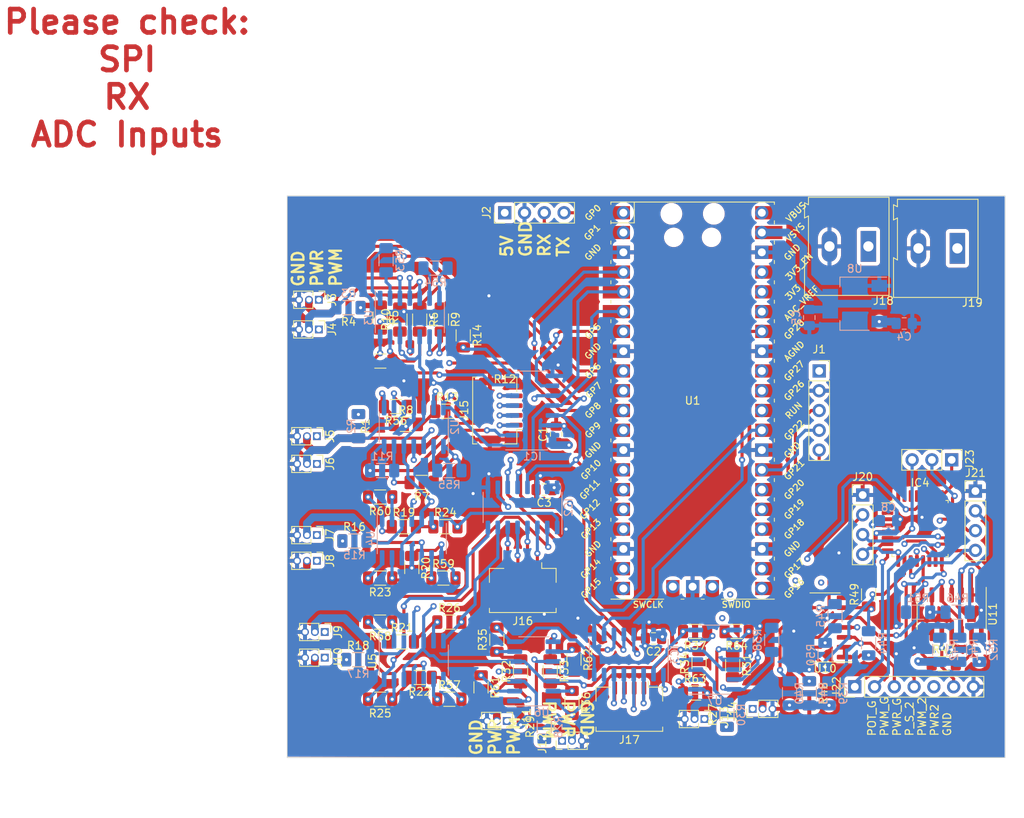
<source format=kicad_pcb>
(kicad_pcb (version 20221018) (generator pcbnew)
  (layers (0 "F.Cu" signal) (1 "In1.Cu" signal) (2 "In2.Cu" signal) (31 "B.Cu" signal) (34 "B.Paste" user) (35 "F.Paste" user) (36 "B.SilkS" user "B.Silkscreen") (37 "F.SilkS" user "F.Silkscreen") (38 "B.Mask" user) (39 "F.Mask" user) (44 "Edge.Cuts" user))
  (net 0 "")
  (net 1 "GND")
  (net 2 "+6V")
  (net 6 "/Gripper/MCU_GRIPPER/NRST")
  (net 7 "/Gripper/Gripper_servo/SERVO_CURRENT_GRIPPER")
  (net 8 "+3.3V")
  (net 9 "+5V")
  (net 10 "/Gripper/Gripper_servo/SERVO_POTENTIOMETER_GRIPPER")
  (net 11 "/Gripper/Gripper_servo/SERVO_POTENTIOMETER_0")
  (net 12 "/Gripper/Gripper_servo/SERVO_0_CURRENT")
  (net 13 "/Gripper/Gripper_servo/SERVO_POTENTIOMETER_1")
  (net 14 "/Gripper/Gripper_servo/SERVO_1_CURRENT")
  (net 15 "/Gripper/Gripper_servo/SERVO_POTENTIOMETER_2")
  (net 16 "/Gripper/Gripper_servo/SERVO_2_CURRENT")
  (net 17 "/Gripper/Gripper_servo/SERVO_PWM_GRIPPER")
  (net 18 "/Gripper/Gripper_servo/SERVO_PWM_0")
  (net 20 "/Gripper/Gripper_servo/SERVO_PWM_1")
  (net 21 "/Gripper/Gripper_servo/SERVO_PWM_2")
  (net 23 "/Gripper/MCU_GRIPPER/SWDIO")
  (net 24 "/Gripper/MCU_GRIPPER/SWCLK")
  (net 28 "/SERVO + ADC/ADC/CURRENT_SENSOR_0")
  (net 29 "/SERVO + ADC/ADC/CURRENT_SENSOR_1")
  (net 30 "/SERVO + ADC/ADC/SERVO_POTENTIOMETER_0")
  (net 31 "/SERVO + ADC/ADC/SERVO_POTENTIOMETER_1")
  (net 32 "/SERVO + ADC/ADC/SERVO_POTENTIOMETER_2")
  (net 33 "/SERVO + ADC/ADC/SERVO_POTENTIOMETER_3")
  (net 34 "/SERVO + ADC/ADC/CURRENT_SENSOR_2")
  (net 35 "/SERVO + ADC/ADC/CURRENT_SENSOR_3")
  (net 36 "USB_CONNECTED")
  (net 38 "/Gripper/SPI_MOSI")
  (net 39 "/Gripper/SPI_MISO")
  (net 40 "/Gripper/SPI_SCK")
  (net 41 "/SERVO + ADC/ADC/CURRENT_SENSOR_4")
  (net 42 "/SERVO + ADC/ADC/CURRENT_SENSOR_5")
  (net 43 "/SERVO + ADC/ADC/SERVO_POTENTIOMETER_4")
  (net 44 "/SERVO + ADC/ADC/SERVO_POTENTIOMETER_5")
  (net 45 "/SERVO + ADC/ADC/SERVO_POTENTIOMETER_6")
  (net 46 "/SERVO + ADC/ADC/SERVO_POTENTIOMETER_7")
  (net 47 "/SERVO + ADC/ADC/CURRENT_SENSOR_6")
  (net 48 "/SERVO + ADC/ADC/CURRENT_SENSOR_7")
  (net 50 "/SERVO + ADC/ADC/CURRENT_SENSOR_8")
  (net 51 "/SERVO + ADC/ADC/CURRENT_SENSOR_9")
  (net 52 "/SERVO + ADC/ADC/SERVO_POTENTIOMETER_8")
  (net 53 "/SERVO + ADC/ADC/SERVO_POTENTIOMETER_9")
  (net 54 "/SERVO + ADC/ADC/SERVO_POTENTIOMETER_10")
  (net 55 "/SERVO + ADC/ADC/SERVO_POTENTIOMETER_11")
  (net 56 "/SERVO + ADC/ADC/CURRENT_SENSOR_10")
  (net 57 "/SERVO + ADC/ADC/CURRENT_SENSOR_11")
  (net 59 "/MCU/I2C_SCL")
  (net 60 "/MCU/I2C_SDA")
  (net 61 "/MCU/RX")
  (net 62 "/MCU/TX")
  (net 63 "/Gripper/Gripper_servo/SERVO_PWR_0")
  (net 64 "/Gripper/Gripper_servo/SERVO_PWR_1")
  (net 65 "/Gripper/Gripper_servo/SERVO_PWR_GRIPPER")
  (net 66 "/Gripper/Gripper_servo/SERVO_PWR_2")
  (net 67 "/SERVO + ADC/Current Sensors/V_BAT_REF")
  (net 68 "/Gripper/SPI_CS_GRIPPER")
  (net 69 "Net-(U3B--)")
  (net 70 "Net-(U3D--)")
  (net 71 "Net-(U2A--)")
  (net 72 "Net-(U2B--)")
  (net 73 "Net-(U2C--)")
  (net 74 "Net-(U2D--)")
  (net 75 "Net-(U3A--)")
  (net 76 "Net-(U3C--)")
  (net 77 "Net-(U4A--)")
  (net 78 "Net-(U4B--)")
  (net 79 "Net-(U4C--)")
  (net 80 "Net-(U4D--)")
  (net 81 "/MCU/SERVO_0")
  (net 82 "/SERVO + ADC/Current Sensors/SERVO_PWR_0")
  (net 83 "/MCU/SERVO_1")
  (net 84 "/SERVO + ADC/Current Sensors/SERVO_PWR_1")
  (net 85 "/MCU/SERVO_2")
  (net 86 "/SERVO + ADC/Current Sensors/SERVO_PWR_2")
  (net 87 "/MCU/SERVO_3")
  (net 88 "/SERVO + ADC/Current Sensors/SERVO_PWR_3")
  (net 89 "/MCU/SERVO_4")
  (net 90 "/SERVO + ADC/Current Sensors/SERVO_PWR_4")
  (net 91 "/MCU/SERVO_5")
  (net 92 "/SERVO + ADC/Current Sensors/SERVO_PWR_5")
  (net 93 "/MCU/SERVO_6")
  (net 94 "/SERVO + ADC/Current Sensors/SERVO_PWR_6")
  (net 95 "/MCU/SERVO_7")
  (net 96 "/SERVO + ADC/Current Sensors/SERVO_PWR_7")
  (net 97 "/MCU/SERVO_8")
  (net 98 "/SERVO + ADC/Current Sensors/SERVO_PWR_8")
  (net 99 "/MCU/SERVO_9")
  (net 100 "/SERVO + ADC/Current Sensors/SERVO_PWR_9")
  (net 101 "/SERVO + ADC/Current Sensors/SERVO_PWR_10")
  (net 102 "/MCU/SERVO_10")
  (net 103 "/MCU/SERVO_11")
  (net 104 "/SERVO + ADC/Current Sensors/SERVO_PWR_11")
  (net 105 "Net-(U1-RUN)")
  (net 106 "Net-(U5A--)")
  (net 107 "Net-(U5B--)")
  (net 108 "Net-(U5C--)")
  (net 109 "Net-(U5D--)")
  (net 110 "Net-(U7C--)")
  (net 111 "Net-(U7D--)")
  (net 112 "Net-(U6A--)")
  (net 113 "Net-(U6B--)")
  (net 114 "Net-(U6C--)")
  (net 115 "Net-(U6D--)")
  (net 116 "Net-(U7A--)")
  (net 117 "Net-(U7B--)")
  (net 118 "/Gripper/Gripper_servo/V_BAT_REF")
  (net 119 "Net-(U10A--)")
  (net 120 "Net-(U10B--)")
  (net 121 "Net-(U10C--)")
  (net 122 "Net-(U10D--)")
  (net 123 "Net-(U11A--)")
  (net 124 "Net-(U11B--)")
  (net 125 "Net-(U11C--)")
  (net 126 "Net-(U11D--)")
  (net 127 "+8V")
  (net 128 "/MCU/SPI_CS_0")
  (net 129 "/MCU/SPI_CS_1")
  (net 130 "/MCU/SPI_CS_2")
  (net 131 "/MCU/MPU6050_INT")
  (net 138 "Net-(R54-Pad2)")
  (net 139 "Net-(R55-Pad2)")
  (net 140 "Net-(R56-Pad2)")
  (net 141 "Net-(R53-Pad2)")
  (net 142 "Net-(R19-Pad1)")
  (net 143 "Net-(R20-Pad1)")
  (net 144 "Net-(R21-Pad1)")
  (net 145 "Net-(R22-Pad1)")
  (net 146 "Net-(R31-Pad1)")
  (net 147 "Net-(R32-Pad1)")
  (net 148 "Net-(R33-Pad1)")
  (net 149 "Net-(R34-Pad1)")
  (footprint "Connector_PinHeader_2.54mm:PinHeader_1x04_P2.54mm_Vertical" (layer "F.Cu") (at 132.588 81.466629)
    (fp_text reference "J20")
    (fp_text value "Conn_01x04_Pin")
  )
  (footprint "Resistor_SMD:R_1206_3216Metric_Pad1.30x1.75mm_HandSolder" (layer "F.Cu") (at 78.486 58.928 -90)
    (fp_text reference "R9")
    (fp_text value "R")
  )
  (footprint "Package_QFP:LQFP-32_7x7mm_P0.8mm" (layer "F.Cu") (at 139.954 85.774629)
    (fp_text reference "IC4")
    (fp_text value "STM32G030K8T6" hide)
  )
  (footprint "Resistor_SMD:R_1206_3216Metric_Pad1.30x1.75mm_HandSolder" (layer "F.Cu") (at 70.612 92.137 180)
    (fp_text reference "R23")
    (fp_text value "R")
  )
  (footprint "Capacitor_SMD:C_0805_2012Metric_Pad1.18x1.45mm_HandSolder" (layer "F.Cu") (at 105.722 99.889 180)
    (fp_text reference "C2")
    (fp_text value "0,1uF")
  )
  (footprint "TerminalBlock:TerminalBlock_Altech_AK300-2_P5.00mm" (layer "F.Cu") (at 133.321 49.53 180)
    (fp_text reference "J18")
    (fp_text value "Screw_Terminal_01x02")
  )
  (footprint "Capacitor_SMD:C_0805_2012Metric_Pad1.18x1.45mm_HandSolder" (layer "F.Cu") (at 93.218 73.66 90)
    (fp_text reference "C1")
    (fp_text value "0,1uF" hide)
  )
  (footprint "Resistor_SMD:R_1206_3216Metric_Pad1.30x1.75mm_HandSolder" (layer "F.Cu") (at 70.612 58.674 -90)
    (fp_text reference "R5")
    (fp_text value "R")
  )
  (footprint "Resistor_SMD:R_1206_3216Metric_Pad1.30x1.75mm_HandSolder" (layer "F.Cu") (at 95.504 102.616 -90)
    (fp_text reference "R62")
    (fp_text value "R")
  )
  (footprint "Package_SO:SOIC-14_3.9x8.7mm_P1.27mm" (layer "F.Cu") (at 127.762 98.474629 180)
    (fp_text reference "U10")
    (fp_text value "LM2902")
  )
  (footprint "Resistor_SMD:R_1206_3216Metric_Pad1.30x1.75mm_HandSolder" (layer "F.Cu") (at 67.7995 102.616)
    (fp_text reference "R18")
    (fp_text value "R")
  )
  (footprint "Connector_PinHeader_1.27mm:PinHeader_1x03_P1.27mm_Vertical" (layer "F.Cu") (at 63.5 99.06 -90)
    (fp_text reference "J9")
    (fp_text value "Conn_01x03_Female")
  )
  (footprint "Connector_PinHeader_2.54mm:PinHeader_1x04_P2.54mm_Vertical" (layer "F.Cu") (at 86.614 45.212 90)
    (fp_text reference "J2")
    (fp_text value "Conn_01x04_Socket")
  )
  (footprint "Connector_PinHeader_1.27mm:PinHeader_1x03_P1.27mm_Vertical" (layer "F.Cu") (at 86.873 110.49 -90)
    (fp_text reference "J11")
    (fp_text value "Conn_01x03_Female")
  )
  (footprint "Resistor_SMD:R_1206_3216Metric_Pad1.30x1.75mm_HandSolder" (layer "F.Cu") (at 70.638 64.262 180)
    (fp_text reference "R12")
    (fp_text value "R")
  )
  (footprint "Resistor_SMD:R_1206_3216Metric_Pad1.30x1.75mm_HandSolder" (layer "F.Cu") (at 73.914 72.39)
    (fp_text reference "R8")
    (fp_text value "R")
  )
  (footprint "Resistor_SMD:R_1206_3216Metric_Pad1.30x1.75mm_HandSolder" (layer "F.Cu") (at 75.692 58.928 -90)
    (fp_text reference "R6")
    (fp_text value "R")
  )
  (footprint "Resistor_SMD:R_1206_3216Metric_Pad1.30x1.75mm_HandSolder" (layer "F.Cu") (at 125.73 106.934 -90)
    (fp_text reference "R48")
    (fp_text value "R")
  )
  (footprint "Resistor_SMD:R_1206_3216Metric_Pad1.30x1.75mm_HandSolder" (layer "F.Cu") (at 95.25 108.178 -90)
    (fp_text reference "R36")
    (fp_text value "R")
  )
  (footprint "Resistor_SMD:R_1206_3216Metric_Pad1.30x1.75mm_HandSolder" (layer "F.Cu") (at 67.31 87.376)
    (fp_text reference "R16")
    (fp_text value "R")
  )
  (footprint "Resistor_SMD:R_1206_3216Metric_Pad1.30x1.75mm_HandSolder" (layer "F.Cu") (at 81.28 60.96 -90)
    (fp_text reference "R14")
    (fp_text value "R")
  )
  (footprint "Resistor_SMD:R_1206_3216Metric_Pad1.30x1.75mm_HandSolder" (layer "F.Cu") (at 115.1595 109.6955 90)
    (fp_text reference "R27")
    (fp_text value "R")
  )
  (footprint "Connector_PinHeader_2.54mm:PinHeader_1x03_P2.54mm_Vertical" (layer "F.Cu") (at 144.018 76.949629 -90)
    (fp_text reference "J23")
    (fp_text value "Conn_01x03")
  )
  (footprint "Connector_PinHeader_1.27mm:PinHeader_1x03_P1.27mm_Vertical" (layer "F.Cu") (at 93.98 113.03 90)
    (fp_text reference "J12")
    (fp_text value "Conn_01x03_Female")
  )
  (footprint "Resistor_SMD:R_1206_3216Metric_Pad1.30x1.75mm_HandSolder" (layer "F.Cu") (at 70.612 107.696 180)
    (fp_text reference "R25")
    (fp_text value "R")
  )
  (footprint "Connector_PinHeader_1.27mm:PinHeader_1x03_P1.27mm_Vertical" (layer "F.Cu") (at 118.4615 108.9335 90)
    (fp_text reference "J14")
    (fp_text value "Conn_01x03_Female")
  )
  (footprint "Resistor_SMD:R_1206_3216Metric_Pad1.30x1.75mm_HandSolder" (layer "F.Cu") (at 133.35 94.234 90)
    (fp_text reference "R49")
    (fp_text value "R")
  )
  (footprint "Resistor_SMD:R_1206_3216Metric_Pad1.30x1.75mm_HandSolder" (layer "F.Cu") (at 74.676 90.841 -90)
    (fp_text reference "R20")
    (fp_text value "R")
  )
  (footprint "Resistor_SMD:R_1206_3216Metric_Pad1.30x1.75mm_HandSolder" (layer "F.Cu") (at 78.74 92.137)
    (fp_text reference "R59")
    (fp_text value "R")
  )
  (footprint "Resistor_SMD:R_1206_3216Metric_Pad1.30x1.75mm_HandSolder" (layer "F.Cu") (at 111.0695 106.9015)
    (fp_text reference "R63")
    (fp_text value "R")
  )
  (footprint "Resistor_SMD:R_1206_3216Metric_Pad1.30x1.75mm_HandSolder" (layer "F.Cu") (at 115.889 103.313 -90)
    (fp_text reference "R31")
    (fp_text value "R")
  )
  (footprint "Connector_PinHeader_1.27mm:PinHeader_1x03_P1.27mm_Vertical" (layer "F.Cu") (at 63.5 102.362 -90)
    (fp_text reference "J10")
    (fp_text value "Conn_01x03_Female")
  )
  (footprint "Connector_PinHeader_1.27mm:PinHeader_1x03_P1.27mm_Vertical" (layer "F.Cu") (at 62.738 60.198 -90)
    (fp_text reference "J4")
    (fp_text value "Conn_01x03_Female")
  )
  (footprint "Resistor_SMD:R_1206_3216Metric_Pad1.30x1.75mm_HandSolder" (layer "F.Cu") (at 75.946 79.8505 180)
    (fp_text reference "R7")
    (fp_text value "R")
  )
  (footprint "Package_SO:SOIC-14_3.9x8.7mm_P1.27mm" (layer "F.Cu") (at 144.018 96.774 -90)
    (fp_text reference "U11")
    (fp_text value "LM2902")
  )
  (footprint "Connector_Molex:Molex_CLIK-Mate_502382-0470_1x04-1MP_P1.25mm_Vertical" (layer "F.Cu") (at 86.106 70.612 90)
    (fp_text reference "J15")
    (fp_text value "Conn_01x04_MountingPin" hide)
  )
  (footprint "Resistor_SMD:R_1206_3216Metric_Pad1.30x1.75mm_HandSolder" (layer "F.Cu") (at 79.502 107.696)
    (fp_text reference "R57")
    (fp_text value "R")
  )
  (footprint "Resistor_SMD:R_1206_3216Metric_Pad1.30x1.75mm_HandSolder" (layer "F.Cu") (at 70.612 81.723 180)
    (fp_text reference "R60")
    (fp_text value "R")
  )
  (footprint "Resistor_SMD:R_1206_3216Metric_Pad1.30x1.75mm_HandSolder" (layer "F.Cu") (at 67.818 72.618 -90)
    (fp_text reference "R1")
    (fp_text value "R")
  )
  (footprint "Resistor_SMD:R_1206_3216Metric_Pad1.30x1.75mm_HandSolder" (layer "F.Cu") (at 72.644 70.104 180)
    (fp_text reference "R56")
    (fp_text value "R")
  )
  (footprint "Resistor_SMD:R_1206_3216Metric_Pad1.30x1.75mm_HandSolder" (layer "F.Cu") (at 73.66 85.533)
    (fp_text reference "R19")
    (fp_text value "R")
  )
  (footprint "Connector_Molex:Molex_CLIK-Mate_502382-0470_1x04-1MP_P1.25mm_Vertical" (layer "F.Cu") (at 102.616 108.204 180)
    (fp_text reference "J17")
    (fp_text value "Conn_01x04_MountingPin")
  )
  (footprint "Connector_PinHeader_1.27mm:PinHeader_1x03_P1.27mm_Vertical" (layer "F.Cu") (at 62.489 77.47 -90)
    (fp_text reference "J6")
    (fp_text value "Conn_01x03_Female")
  )
  (footprint "Connector_Molex:Molex_CLIK-Mate_502382-0470_1x04-1MP_P1.25mm_Vertical" (layer "F.Cu") (at 88.93 92.952 180)
    (fp_text reference "J16")
    (fp_text value "Conn_01x04_MountingPin")
  )
  (footprint "Resistor_SMD:R_1206_3216Metric_Pad1.30x1.75mm_HandSolder" (layer "F.Cu") (at 116.397 98.995 180)
    (fp_text reference "R64")
    (fp_text value "R")
  )
  (footprint "Resistor_SMD:R_1206_3216Metric_Pad1.30x1.75mm_HandSolder" (layer "F.Cu") (at 79.248 70.7065)
    (fp_text reference "R13")
    (fp_text value "R")
  )
  (footprint "Connector_PinHeader_1.27mm:PinHeader_1x03_P1.27mm_Vertical" (layer "F.Cu") (at 62.738 56.388 -90)
    (fp_text reference "J3")
    (fp_text value "Conn_01x03_Female")
  )
  (footprint "Connector_PinHeader_1.27mm:PinHeader_1x03_P1.27mm_Vertical" (layer "F.Cu") (at 62.484 73.914 -90)
    (fp_text reference "J5")
    (fp_text value "Conn_01x03_Female")
  )
  (footprint "Connector_PinHeader_2.54mm:PinHeader_1x07_P2.54mm_Vertical" (layer "F.Cu") (at 131.572 106.094629 90)
    (fp_text reference "J22")
    (fp_text value "Conn_01x07")
  )
  (footprint "Resistor_SMD:R_1206_3216Metric_Pad1.30x1.75mm_HandSolder" (layer "F.Cu") (at 78.994 85.533)
    (fp_text reference "R24")
    (fp_text value "R")
  )
  (footprint "Resistor_SMD:R_1206_3216Metric_Pad1.30x1.75mm_HandSolder" (layer "F.Cu") (at 111.063 98.995 180)
    (fp_text reference "R37")
    (fp_text value "R")
  )
  (footprint "Connector_PinHeader_2.54mm:PinHeader_1x04_P2.54mm_Vertical" (layer "F.Cu") (at 147.066 80.958629)
    (fp_text reference "J21")
    (fp_text value "Conn_01x04_Pin")
  )
  (footprint "Resistor_SMD:R_1206_3216Metric_Pad1.30x1.75mm_HandSolder" (layer "F.Cu") (at 92.456 104.114 -90)
    (fp_text reference "R33")
    (fp_text value "R")
  )
  (footprint "Resistor_SMD:R_1206_3216Metric_Pad1.30x1.75mm_HandSolder" (layer "F.Cu") (at 83.566 106.172 -90)
    (fp_text reference "R61")
    (fp_text value "R")
  )
  (footprint "Capacitor_SMD:C_0805_2012Metric_Pad1.18x1.45mm_HandSolder" (layer "F.Cu") (at 91.6725 80.772 180)
    (fp_text reference "C3")
    (fp_text value "0,1uF")
  )
  (footprint "Resistor_SMD:R_1206_3216Metric_Pad1.30x1.75mm_HandSolder" (layer "F.Cu") (at 111.571 103.059 90)
    (fp_text reference "R34")
    (fp_text value "R")
  )
  (footprint "Resistor_SMD:R_1206_3216Metric_Pad1.30x1.75mm_HandSolder" (layer "F.Cu") (at 88.646 104.114 90)
    (fp_text reference "R32")
    (fp_text value "R")
  )
  (footprint "TerminalBlock:TerminalBlock_Altech_AK300-2_P5.00mm" (layer "F.Cu") (at 144.751 49.784 180)
    (fp_text reference "J19")
    (fp_text value "Screw_Terminal_01x02")
  )
  (footprint "Connector_PinHeader_1.27mm:PinHeader_1x03_P1.27mm_Vertical" (layer "F.Cu") (at 112.268 110.236 -90)
    (fp_text reference "J13")
    (fp_text value "Conn_01x03_Female")
  )
  (footprint "Connector_PinHeader_1.27mm:PinHeader_1x03_P1.27mm_Vertical" (layer "F.Cu") (at 62.484 89.916 -90)
    (fp_text reference "J8")
    (fp_text value "Conn_01x03_Female")
  )
  (footprint "Resistor_SMD:R_1206_3216Metric_Pad1.30x1.75mm_HandSolder" (layer "F.Cu") (at 73.152 58.928 90)
    (fp_text reference "R10")
    (fp_text value "R")
  )
  (footprint "Resistor_SMD:R_1206_3216Metric_Pad1.30x1.75mm_HandSolder" (layer "F.Cu") (at 75.692 104.902 180)
    (fp_text reference "R22")
    (fp_text value "R")
  )
  (footprint "Resistor_SMD:R_1206_3216Metric_Pad1.30x1.75mm_HandSolder" (layer "F.Cu") (at 66.548 57.404 180)
    (fp_text reference "R4")
    (fp_text value "R")
  )
  (footprint "Resistor_SMD:R_1206_3216Metric_Pad1.30x1.75mm_HandSolder" (layer "F.Cu") (at 70.612 97.79 180)
    (fp_text reference "R58")
    (fp_text value "R")
  )
  (footprint "Resistor_SMD:R_1206_3216Metric_Pad1.30x1.75mm_HandSolder" (layer "F.Cu") (at 85.598 100.05 90)
    (fp_text reference "R35")
    (fp_text value "R")
  )
  (footprint "Resistor_SMD:R_1206_3216Metric_Pad1.30x1.75mm_HandSolder" (layer "F.Cu") (at 79.502 97.79)
    (fp_text reference "R26")
    (fp_text value "R")
  )
  (footprint "MCU_RaspberryPi_and_Boards:RPi_Pico_SMD_TH" (layer "F.Cu") (at 110.744 69.342)
    (fp_text reference "U1")
    (fp_text value "Pico")
  )
  (footprint "Connector_PinHeader_1.27mm:PinHeader_1x03_P1.27mm_Vertical" (layer "F.Cu") (at 62.484 86.614 -90)
    (fp_text reference "J7")
    (fp_text value "Conn_01x03_Female")
  )
  (footprint "Resistor_SMD:R_1206_3216Metric_Pad1.30x1.75mm_HandSolder" (layer "F.Cu") (at 73.406 100.33)
    (fp_text reference "R21")
    (fp_text value "R")
  )
  (footprint "Connector_PinSocket_2.54mm:PinSocket_1x05_P2.54mm_Vertical" (layer "F.Cu") (at 127 65.532)
    (fp_text reference "J1")
    (fp_text value "Conn_01x05_Pin")
  )
  (footprint "Resistor_SMD:R_1206_3216Metric_Pad1.30x1.75mm_HandSolder" (layer "F.Cu") (at 143.002 103.124)
    (fp_text reference "R47")
    (fp_text value "R")
  )
  (footprint "Resistor_SMD:R_1206_3216Metric_Pad1.30x1.75mm_HandSolder" (layer "F.Cu") (at 91.694 111.226 90)
    (fp_text reference "R29")
    (fp_text value "R")
  )
  (footprint "Package_SO:SOIC-14_3.9x8.7mm_P1.27mm" (layer "B.Cu") (at 113.603 102.616)
    (fp_text reference "U7")
    (fp_text value "LM2902")
  )
  (footprint "Package_TO_SOT_SMD:SOT-223-3_TabPin2" (layer "B.Cu") (at 131.572 56.896 180)
    (fp_text reference "U8")
    (fp_text value "AZ1117CH-5.0TRG1")
  )
  (footprint "Resistor_SMD:R_1206_3216Metric_Pad1.30x1.75mm_HandSolder" (layer "B.Cu") (at 79.502 78.3265)
    (fp_text reference "R55")
    (fp_text value "R")
  )
  (footprint "Package_SO:SO-16_3.9x9.9mm_P1.27mm" (layer "B.Cu") (at 90.17 70.612)
    (fp_text reference "IC1")
    (fp_text value "MCP3008-I_SL")
  )
  (footprint "Resistor_SMD:R_1206_3216Metric_Pad1.30x1.75mm_HandSolder" (layer "B.Cu") (at 67.818 72.618 -90)
    (fp_text reference "R2")
    (fp_text value "R")
  )
  (footprint "Resistor_SMD:R_1206_3216Metric_Pad1.30x1.75mm_HandSolder" (layer "B.Cu") (at 145.034 101.346 90)
    (fp_text reference "R41")
    (fp_text value "R")
  )
  (footprint "Resistor_SMD:R_1206_3216Metric_Pad1.30x1.75mm_HandSolder" (layer "B.Cu") (at 71.374 51.308 90)
    (fp_text reference "R53")
    (fp_text value "R")
  )
  (footprint "Resistor_SMD:R_1206_3216Metric_Pad1.30x1.75mm_HandSolder" (layer "B.Cu") (at 115.1595 109.6955 90)
    (fp_text reference "R30")
    (fp_text value "R")
  )
  (footprint "Resistor_SMD:R_1206_3216Metric_Pad1.30x1.75mm_HandSolder" (layer "B.Cu") (at 139.7 96.52 180)
    (fp_text reference "R51")
    (fp_text value "R")
  )
  (footprint "Resistor_SMD:R_1206_3216Metric_Pad1.30x1.75mm_HandSolder" (layer "B.Cu") (at 77.724 52.324)
    (fp_text reference "R54")
    (fp_text value "R")
  )
  (footprint "Resistor_SMD:R_1206_3216Metric_Pad1.30x1.75mm_HandSolder" (layer "B.Cu") (at 123.19 106.934 90)
    (fp_text reference "R40")
    (fp_text value "R")
  )
  (footprint "Package_SO:SOIC-14_3.9x8.7mm_P1.27mm" (layer "B.Cu") (at 74.676 87.057 -90)
    (fp_text reference "U4")
    (fp_text value "LM2902")
  )
  (footprint "Capacitor_SMD:C_0805_2012Metric_Pad1.18x1.45mm_HandSolder" (layer "B.Cu") (at 137.922 59.436)
    (fp_text reference "C4")
    (fp_text value "22uF")
  )
  (footprint "Package_SO:SO-16_3.9x9.9mm_P1.27mm" (layer "B.Cu") (at 102.547 101.956 90)
    (fp_text reference "IC3")
    (fp_text value "MCP3008-I_SL")
  )
  (footprint "Resistor_SMD:R_1206_3216Metric_Pad1.30x1.75mm_HandSolder" (layer "B.Cu") (at 91.694 111.252 90)
    (fp_text reference "R28")
    (fp_text value "R")
  )
  (footprint "Resistor_SMD:R_1206_3216Metric_Pad1.30x1.75mm_HandSolder" (layer "B.Cu") (at 127.762 102.004629 -90)
    (fp_text reference "R50")
    (fp_text value "R")
  )
  (footprint "Resistor_SMD:R_1206_3216Metric_Pad1.30x1.75mm_HandSolder" (layer "B.Cu") (at 147.574 101.346 90)
    (fp_text reference "R52")
    (fp_text value "R")
  )
  (footprint "Resistor_SMD:R_1206_3216Metric_Pad1.30x1.75mm_HandSolder" (layer "B.Cu") (at 67.31 87.376)
    (fp_text reference "R15")
    (fp_text value "R")
  )
  (footprint "Resistor_SMD:R_1206_3216Metric_Pad1.30x1.75mm_HandSolder" (layer "B.Cu") (at 128.27 106.934 90)
    (fp_text reference "R39")
    (fp_text value "R")
  )
  (footprint "Resistor_SMD:R_1206_3216Metric_Pad1.30x1.75mm_HandSolder" (layer "B.Cu") (at 129.032 97.028 -90)
    (fp_text reference "R45")
    (fp_text value "R")
  )
  (footprint "Capacitor_SMD:C_0805_2012Metric_Pad1.18x1.45mm_HandSolder" (layer "B.Cu") (at 125.73 58.674 -90)
    (fp_text reference "C5")
    (fp_text value "22uF")
  )
  (footprint "Resistor_SMD:R_1206_3216Metric_Pad1.30x1.75mm_HandSolder" (layer "B.Cu") (at 70.866 78.3265 180)
    (fp_text reference "R11")
    (fp_text value "R")
  )
  (footprint "Resistor_SMD:R_1206_3216Metric_Pad1.30x1.75mm_HandSolder" (layer "B.Cu") (at 120.904 100.076 -90)
    (fp_text reference "R38")
    (fp_text value "R")
  )
  (footprint "Resistor_SMD:R_1206_3216Metric_Pad1.30x1.75mm_HandSolder" (layer "B.Cu") (at 144.78 96.52 180)
    (fp_text reference "R46")
    (fp_text value "R")
  )
  (footprint "Resistor_SMD:R_1206_3216Metric_Pad1.30x1.75mm_HandSolder" (layer "B.Cu") (at 125.73 106.934 90)
    (fp_text reference "R43")
    (fp_text value "R")
  )
  (footprint "Package_SO:SOIC-14_3.9x8.7mm_P1.27mm" (layer "B.Cu") (at 90.359 104.114)
    (fp_text reference "U6")
    (fp_text value "LM2902")
  )
  (footprint "Package_SO:SOIC-14_3.9x8.7mm_P1.27mm" (layer "B.Cu") (at 74.93 102.681 -90)
    (fp_text reference "U5")
    (fp_text value "LM2902")
  )
  (footprint "Resistor_SMD:R_1206_3216Metric_Pad1.30x1.75mm_HandSolder" (layer "B.Cu") (at 66.548 57.404 180)
    (fp_text reference "R3")
    (fp_text value "R")
  )
  (footprint "Resistor_SMD:R_1206_3216Metric_Pad1.30x1.75mm_HandSolder" (layer "B.Cu") (at 142.494 101.346 90)
    (fp_text reference "R42")
    (fp_text value "R")
  )
  (footprint "Resistor_SMD:R_1206_3216Metric_Pad1.30x1.75mm_HandSolder" (layer "B.Cu") (at 133.35 100.506629 90)
    (fp_text reference "R44")
    (fp_text value "R")
  )
  (footprint "Package_SO:SO-16_3.9x9.9mm_P1.27mm" (layer "B.Cu") (at 88.9 83.058 90)
    (fp_text reference "IC2")
    (fp_text value "MCP3008-I_SL")
  )
  (footprint "Resistor_SMD:R_1206_3216Metric_Pad1.30x1.75mm_HandSolder" (layer "B.Cu") (at 67.7995 102.616)
    (fp_text reference "R17")
    (fp_text value "R")
  )
  (footprint "Package_SO:SOIC-14_3.9x8.7mm_P1.27mm" (layer "B.Cu") (at 74.422 58.674 -90)
    (fp_text reference "U3")
    (fp_text value "LM2902")
  )
  (footprint "Package_SO:SOIC-14_3.9x8.7mm_P1.27mm" (layer "B.Cu") (at 74.93 72.7385 90)
    (fp_text reference "U2")
    (fp_text value "LM2902")
  )
  (footprint "Capacitor_SMD:C_0805_2012Metric_Pad1.18x1.45mm_HandSolder" (layer "B.Cu") (at 135.9115 84.758629 180)
    (fp_text reference "C8")
    (fp_text value "10uF")
  )
  (gr_rect (start 58.674 43.053) (end 150.876 115.189) (stroke (width 0.1)) (fill none) (layer "Edge.Cuts"))
  (gr_text "Please check:\nSPI\nRX\nADC Inputs\n" (at 38.1 27.94) (layer "F.Cu") (effects (font (size 3 3) (thickness 0.6))))
  (gr_text "GND\nPWR\nPWM" (at 65.786 54.864 90) (layer "F.SilkS") (effects (font (size 1.5 1.5) (thickness 0.3) bold) (justify left bottom)))
  (gr_text "5V\nGND\nRX\nTX" (at 94.996 51.054 90) (layer "F.SilkS") (effects (font (size 1.5 1.5) (thickness 0.3) bold) (justify left bottom)))
  (gr_text "GND\nPWR\nPWM" (at 88.646 115.062 90) (layer "F.SilkS") (effects (font (size 1.5 1.5) (thickness 0.3) bold) (justify left bottom)))
  (gr_text "GND\nPWR\nPWM" (at 91.44 107.696 -90) (layer "F.SilkS") (effects (font (size 1.5 1.5) (thickness 0.3) bold) (justify left bottom)))
  (gr_text "POT_G\nPWM_G\nPWR_G\nP_S_2\nPWM_2\nPWR2\nGND" (at 144.018 112.522 90) (layer "F.SilkS") (effects (font (size 1 1)) (justify left bottom)))
  (segment (start 135.779 86.174629) (end 136.466629 86.174629) (width 0.4) (layer "F.Cu") (net 1))
  (segment (start 136.466629 86.174629) (end 136.535258 86.106) (width 0.4) (layer "F.Cu") (net 1))
  (segment (start 134.366 86.36) (end 134.551371 86.174629) (width 0.4) (layer "F.Cu") (net 1))
  (segment (start 136.535258 86.106) (end 137.16 86.106) (width 0.4) (layer "F.Cu") (net 1))
  (segment (start 134.551371 86.174629) (end 135.779 86.174629) (width 0.4) (layer "F.Cu") (net 1))
  (via (at 94.234 72.6065) (size 0.8) (drill 0.4) (layers "F.Cu" "B.Cu") (net 1))
  (via (at 94.0295 104.14) (size 0.8) (drill 0.4) (layers "F.Cu" "B.Cu") (net 1))
  (via (at 73.914 72.644) (size 0.8) (drill 0.4) (layers "F.Cu" "B.Cu") (net 1))
  (via (at 147.828 96.266) (size 0.8) (drill 0.4) (layers "F.Cu" "B.Cu") (net 1))
  (via (at 140.208 84.328) (size 0.8) (drill 0.4) (layers "F.Cu" "B.Cu") (net 1))
  (via (at 74.676 90.841) (size 0.8) (drill 0.4) (layers "F.Cu" "B.Cu") (net 1))
  (via (at 91.694 96.774) (size 0.8) (drill 0.4) (layers "F.Cu" "B.Cu") (net 1))
  (via (at 91.186 78.994) (size 0.8) (drill 0.4) (layers "F.Cu" "B.Cu") (net 1))
  (via (at 96.012 97.282) (size 0.8) (drill 0.4) (layers "F.Cu" "B.Cu") (net 1))
  (via (at 129.54 88.9) (size 0.8) (drill 0.4) (layers "F.Cu" "B.Cu") (net 1))
  (via (at 136.906 98.298) (size 0.8) (drill 0.4) (layers "F.Cu" "B.Cu") (net 1))
  (via (at 118.11 102.108) (size 0.8) (drill 0.4) (layers "F.Cu" "B.Cu") (net 1))
  (via (at 74.676 107.442) (size 0.8) (drill 0.4) (layers "F.Cu" "B.Cu") (net 1))
  (via (at 82.55 81.28) (size 0.8) (drill 0.4) (layers "F.Cu" "B.Cu") (net 1))
  (via (at 136.906 101.854) (size 0.8) (drill 0.4) (layers "F.Cu" "B.Cu") (net 1))
  (via (at 84.582 78.74) (size 0.8) (drill 0.4) (layers "F.Cu" "B.Cu") (net 1))
  (via (at 128.016 97.282) (size 0.8) (drill 0.4) (layers "F.Cu" "B.Cu") (net 1))
  (via (at 139.192 101.092) (size 0.8) (drill 0.4) (layers "F.Cu" "B.Cu") (net 1))
  (via (at 93.472 64.77) (size 0.8) (drill 0.4) (layers "F.Cu" "B.Cu") (net 1))
  (via (at 134.366 86.36) (size 0.8) (drill 0.4) (layers "F.Cu" "B.Cu") (net 1))
  (via (at 73.66 57.912) (size 0.8) (drill 0.4) (layers "F.Cu" "B.Cu") (net 1))
  (via (at 104.648 100.838) (size 0.8) (drill 0.4) (layers "F.Cu" "B.Cu") (net 1))
  (via (at 119.38 98.298) (size 0.8) (drill 0.4) (layers "F.Cu" "B.Cu") (net 1))
  (via (at 125.73 103.886) (size 0.8) (drill 0.4) (layers "F.Cu" "B.Cu") (net 1))
  (via (at 77.216 58.674) (size 0.8) (drill 0.4) (layers "F.Cu" "B.Cu") (net 1))
  (via (at 73.66 66.802) (size 0.8) (drill 0.4) (layers "F.Cu" "B.Cu") (net 1))
  (via (at 137.414 84.582) (size 0.8) (drill 0.4) (layers "F.Cu" "B.Cu") (net 1))
  (via (at 77.47 67.056) (size 0.8) (drill 0.4) (layers "F.Cu" "B.Cu") (net 1))
  (via (at 123.7355 98.946123) (size 0.8) (drill 0.4) (layers "F.Cu" "B.Cu") (net 1))
  (via (at 74.422 62.992) (size 0.8) (drill 0.4) (layers "F.Cu" "B.Cu") (net 1))
  (via (at 84.582 55.88) (size 0.8) (drill 0.4) (layers "F.Cu" "B.Cu") (net 1))
  (via (at 105.150659 97.79) (size 0.8) (drill 0.4) (layers "F.Cu" "B.Cu") (net 1))
  (via (at 94.488 85.852) (size 0.8) (drill 0.4) (layers "F.Cu" "B.Cu") (net 1))
  (via (at 144.018 101.346) (size 0.8) (drill 0.4) (layers "F.Cu" "B.Cu") (net 1))
  (segment (start 94.0035 104.114) (end 94.0295 104.14) (width 0.4) (layer "B.Cu") (net 1))
  (segment (start 92.834 104.114) (end 94.0035 104.114) (width 0.4) (layer "B.Cu") (net 1))
  (segment (start 70.612 57.124) (end 68.378 57.124) (width 0.7) (layer "F.Cu") (net 2))
  (segment (start 68.378 57.124) (end 68.098 57.404) (width 0.7) (layer "F.Cu") (net 2))
  (via (at 68.098 57.404) (size 0.8) (drill 0.4) (layers "F.Cu" "B.Cu") (net 2))
  (via (at 115.062 111.252) (size 0.8) (drill 0.4) (layers "F.Cu" "B.Cu") (net 2))
  (via (at 66.294 102.616) (size 0.8) (drill 0.4) (layers "F.Cu" "B.Cu") (net 2))
  (via (at 91.694 112.776) (size 0.8) (drill 0.4) (layers "F.Cu" "B.Cu") (net 2))
  (via (at 128.27 108.484) (size 0.8) (drill 0.4) (layers "F.Cu" "B.Cu") (net 2))
  (via (at 123.19 108.458) (size 0.8) (drill 0.4) (layers "F.Cu" "B.Cu") (net 2))
  (via (at 67.818 71.12) (size 0.8) (drill 0.4) (layers "F.Cu" "B.Cu") (net 2))
  (via (at 134.722 59.196) (size 0.8) (drill 0.4) (layers "F.Cu" "B.Cu") (net 2))
  (via (at 139.7 102.792629) (size 0.8) (drill 0.4) (layers "F.Cu" "B.Cu") (net 2))
  (via (at 65.786 87.376) (size 0.8) (drill 0.4) (layers "F.Cu" "B.Cu") (net 2))
  (segment (start 142.494 102.896) (end 139.803371 102.896) (width 1) (layer "B.Cu") (net 2))
  (segment (start 136.6445 59.196) (end 136.8845 59.436) (width 1) (layer "B.Cu") (net 2))
  (segment (start 123.216 108.484) (end 128.27 108.484) (width 1) (layer "B.Cu") (net 2))
  (segment (start 123.19 108.458) (end 123.216 108.484) (width 1) (layer "B.Cu") (net 2))
  (segment (start 123.19 108.458) (end 123.19 108.484) (width 1) (layer "B.Cu") (net 2))
  (segment (start 134.722 59.196) (end 136.6445 59.196) (width 1) (layer "B.Cu") (net 2))
  (segment (start 145.034 102.896) (end 142.494 102.896) (width 1) (layer "B.Cu") (net 2))
  (segment (start 139.803371 102.896) (end 139.7 102.792629) (width 1) (layer "B.Cu") (net 2))
  (segment (start 137.738 86.974629) (end 135.779 86.974629) (width 0.4) (layer "F.Cu") (net 6))
  (segment (start 138.938 85.774629) (end 137.738 86.974629) (width 0.4) (layer "F.Cu") (net 6))
  (via (at 138.938 85.774629) (size 0.8) (drill 0.4) (layers "F.Cu" "B.Cu") (net 6))
  (segment (start 138.938 85.774629) (end 138.938 76.884629) (width 0.4) (layer "B.Cu") (net 6))
  (segment (start 134.112 88.749167) (end 135.086538 87.774629) (width 0.4) (layer "F.Cu") (net 7))
  (segment (start 133.35 92.886629) (end 133.35 90.854629) (width 0.4) (layer "F.Cu") (net 7))
  (segment (start 130.237 94.664629) (end 131.572 94.664629) (width 0.4) (layer "F.Cu") (net 7))
  (segment (start 133.35 90.854629) (end 134.112 90.092629) (width 0.4) (layer "F.Cu") (net 7))
  (segment (start 135.086538 87.774629) (end 135.779 87.774629) (width 0.4) (layer "F.Cu") (net 7))
  (segment (start 134.112 90.092629) (end 134.112 88.749167) (width 0.4) (layer "F.Cu") (net 7))
  (segment (start 131.572 94.664629) (end 133.35 92.886629) (width 0.4) (layer "F.Cu") (net 7))
  (segment (start 135.779 85.374629) (end 133.966 85.374629) (width 0.4) (layer "F.Cu") (net 8))
  (segment (start 93.218 74.6975) (end 94.5095 74.6975) (width 1) (layer "F.Cu") (net 8))
  (segment (start 133.966 85.374629) (end 133.858 85.266629) (width 0.4) (layer "F.Cu") (net 8))
  (segment (start 94.5095 74.6975) (end 94.869 75.057) (width 1) (layer "F.Cu") (net 8))
  (via (at 92.964 80.518) (size 0.8) (drill 0.4) (layers "F.Cu" "B.Cu") (net 8))
  (via (at 106.865 99.67) (size 0.8) (drill 0.4) (layers "F.Cu" "B.Cu") (net 8))
  (via (at 94.869 75.057) (size 0.8) (drill 0.4) (layers "F.Cu" "B.Cu") (net 8))
  (via (at 133.858 85.266629) (size 0.8) (drill 0.4) (layers "F.Cu" "B.Cu") (net 8))
  (segment (start 92.837 80.483) (end 92.075 80.483) (width 1) (layer "B.Cu") (net 8))
  (segment (start 92.929 80.483) (end 92.837 80.483) (width 1) (layer "B.Cu") (net 8))
  (segment (start 93.345 80.483) (end 92.999 80.483) (width 1) (layer "B.Cu") (net 8))
  (segment (start 106.992 99.381) (end 106.865 99.67) (width 1) (layer "B.Cu") (net 8))
  (segment (start 92.964 80.518) (end 92.929 80.483) (width 1) (layer "B.Cu") (net 8))
  (segment (start 134.874 84.758629) (end 134.366 84.758629) (width 1) (layer "B.Cu") (net 8))
  (segment (start 92.745 75.057) (end 92.745 73.787) (width 1) (layer "B.Cu") (net 8))
  (segment (start 92.999 80.483) (end 92.964 80.518) (width 1) (layer "B.Cu") (net 8))
  (segment (start 134.366 84.758629) (end 133.858 85.266629) (width 1) (layer "B.Cu") (net 8))
  (segment (start 106.865 99.67) (end 106.484 99.381) (width 1) (layer "B.Cu") (net 8))
  (segment (start 106.484 99.381) (end 105.722 99.381) (width 1) (layer "B.Cu") (net 8))
  (segment (start 94.869 75.057) (end 92.745 75.057) (width 1) (layer "B.Cu") (net 8))
  (segment (start 122.936 47.752) (end 119.634 47.752) (width 1) (layer "B.Cu") (net 9))
  (segment (start 128.27 56.896) (end 124.968 53.594) (width 1) (layer "B.Cu") (net 9))
  (segment (start 125.73 57.6365) (end 127.6815 57.6365) (width 1) (layer "B.Cu") (net 9))
  (segment (start 127.6815 57.6365) (end 128.422 56.896) (width 1) (layer "B.Cu") (net 9))
  (segment (start 128.422 56.896) (end 128.27 56.896) (width 1) (layer "B.Cu") (net 9))
  (segment (start 134.722 56.896) (end 128.422 56.896) (width 1) (layer "B.Cu") (net 9))
  (segment (start 124.968 49.784) (end 122.936 47.752) (width 1) (layer "B.Cu") (net 9))
  (segment (start 124.968 53.594) (end 124.968 49.784) (width 1) (layer "B.Cu") (net 9))
  (segment (start 135.128 90.092629) (end 135.779 89.441629) (width 0.4) (layer "F.Cu") (net 10))
  (segment (start 135.779 89.441629) (end 135.779 88.574629) (width 0.4) (layer "F.Cu") (net 10))
  (via (at 135.128 90.092629) (size 0.8) (drill 0.4) (layers "F.Cu" "B.Cu") (net 10))
  (segment (start 133.173371 104.570629) (end 132.588 104.570629) (width 0.4) (layer "B.Cu") (net 10))
  (segment (start 135.128 102.616) (end 133.173371 104.570629) (width 0.4) (layer "B.Cu") (net 10))
  (segment (start 132.588 104.570629) (end 131.572 105.586629) (width 0.4) (layer "B.Cu") (net 10))
  (segment (start 131.572 105.586629) (end 131.572 106.094629) (width 0.4) (layer "B.Cu") (net 10))
  (segment (start 135.128 90.092629) (end 135.128 102.616) (width 0.4) (layer "B.Cu") (net 10))
  (segment (start 137.154 88.828629) (end 137.154 89.949629) (width 0.4) (layer "F.Cu") (net 11))
  (via (at 137.154 88.828629) (size 0.8) (drill 0.4) (layers "F.Cu" "B.Cu") (net 11))
  (segment (start 133.36 88.314629) (end 132.588 89.086629) (width 0.4) (layer "B.Cu") (net 11))
  (segment (start 134.62 88.314629) (end 133.36 88.314629) (width 0.4) (layer "B.Cu") (net 11))
  (segment (start 135.134 88.828629) (end 134.62 88.314629) (width 0.4) (layer "B.Cu") (net 11))
  (segment (start 137.154 88.828629) (end 135.134 88.828629) (width 0.4) (layer "B.Cu") (net 11))
  (segment (start 126.492 102.284629) (end 125.287 102.284629) (width 0.4) (layer "F.Cu") (net 12))
  (segment (start 137.954 91.584629) (end 137.954 89.949629) (width 0.4) (layer "F.Cu") (net 12))
  (segment (start 133.858 94.234) (end 135.304629 94.234) (width 0.4) (layer "F.Cu") (net 12))
  (segment (start 135.304629 94.234) (end 137.954 91.584629) (width 0.4) (layer "F.Cu") (net 12))
  (segment (start 127.762 103.554629) (end 126.492 102.284629) (width 0.4) (layer "F.Cu") (net 12))
  (via (at 133.858 94.234) (size 0.8) (drill 0.4) (layers "F.Cu" "B.Cu") (net 12))
  (via (at 127.762 103.554629) (size 0.8) (drill 0.4) (layers "F.Cu" "B.Cu") (net 12))
  (segment (start 127.762 102.792629) (end 130.81 99.744629) (width 0.4) (layer "B.Cu") (net 12))
  (segment (start 130.81 99.744629) (end 130.81 97.877258) (width 0.4) (layer "B.Cu") (net 12))
  (segment (start 130.81 97.877258) (end 133.858 94.829258) (width 0.4) (layer "B.Cu") (net 12))
  (segment (start 133.858 94.829258) (end 133.858 94.234) (width 0.4) (layer "B.Cu") (net 12))
  (segment (start 127.762 103.554629) (end 127.762 102.792629) (width 0.4) (layer "B.Cu") (net 12))
  (segment (start 138.938 91.870629) (end 138.754 91.686629) (width 0.4) (layer "F.Cu") (net 13))
  (segment (start 138.754 91.686629) (end 138.754 89.949629) (width 0.4) (layer "F.Cu") (net 13))
  (via (at 138.938 91.870629) (size 0.8) (drill 0.4) (layers "F.Cu" "B.Cu") (net 13))
  (segment (start 144.018 90.17) (end 145.609371 88.578629) (width 0.4) (layer "B.Cu") (net 13))
  (segment (start 140.716 90.17) (end 144.018 90.17) (width 0.4) (layer "B.Cu") (net 13))
  (segment (start 138.938 91.870629) (end 139.015371 91.870629) (width 0.4) (layer "B.Cu") (net 13))
  (segment (start 139.015371 91.870629) (end 140.716 90.17) (width 0.4) (layer "B.Cu") (net 13))
  (segment (start 145.609371 88.578629) (end 147.066 88.578629) (width 0.4) (layer "B.Cu") (net 13))
  (segment (start 140.354 92.600129) (end 140.6405 92.886629) (width 0.4) (layer "F.Cu") (net 14))
  (segment (start 140.208 94.299) (end 140.208 93.319129) (width 0.4) (layer "F.Cu") (net 14))
  (segment (start 140.208 93.319129) (end 140.6405 92.886629) (width 0.4) (layer "F.Cu") (net 14))
  (segment (start 140.354 89.949629) (end 140.354 92.600129) (width 0.4) (layer "F.Cu") (net 14))
  (via (at 140.6405 92.886629) (size 0.8) (drill 0.4) (layers "F.Cu" "B.Cu") (net 14))
  (segment (start 139.1165 94.410629) (end 138.43 94.410629) (width 0.4) (layer "B.Cu") (net 14))
  (segment (start 140.6405 92.886629) (end 139.1165 94.410629) (width 0.4) (layer "B.Cu") (net 14))
  (segment (start 138.43 94.410629) (end 138.15 94.690629) (width 0.4) (layer "B.Cu") (net 14))
  (segment (start 138.15 94.690629) (end 138.15 95.784) (width 0.4) (layer "B.Cu") (net 14))
  (segment (start 143.002 91.616629) (end 143.002 91.362629) (width 0.4) (layer "F.Cu") (net 15))
  (segment (start 143.002 91.362629) (end 142.748 91.108629) (width 0.4) (layer "F.Cu") (net 15))
  (segment (start 138.176 103.886) (end 139.192 104.902) (width 0.4) (layer "F.Cu") (net 15))
  (segment (start 139.192 104.902) (end 139.192 106.094629) (width 0.4) (layer "F.Cu") (net 15))
  (segment (start 138.176 93.140629) (end 138.176 103.886) (width 0.4) (layer "F.Cu") (net 15))
  (segment (start 142.748 89.955629) (end 142.754 89.949629) (width 0.4) (layer "F.Cu") (net 15))
  (segment (start 137.922 92.886629) (end 138.176 93.140629) (width 0.4) (layer "F.Cu") (net 15))
  (segment (start 142.748 91.108629) (end 142.748 89.955629) (width 0.4) (layer "F.Cu") (net 15))
  (via (at 137.922 92.886629) (size 0.8) (drill 0.4) (layers "F.Cu" "B.Cu") (net 15))
  (via (at 143.002 91.616629) (size 0.8) (drill 0.4) (layers "F.Cu" "B.Cu") (net 15))
  (segment (start 142.063371 91.616629) (end 143.002 91.616629) (width 0.4) (layer "B.Cu") (net 15))
  (segment (start 137.922 92.886629) (end 139.791972 92.886629) (width 0.4) (layer "B.Cu") (net 15))
  (segment (start 141.593371 92.086629) (end 142.063371 91.616629) (width 0.4) (layer "B.Cu") (net 15))
  (segment (start 140.309129 92.086629) (end 141.593371 92.086629) (width 0.4) (layer "B.Cu") (net 15))
  (segment (start 139.8405 92.555258) (end 140.309129 92.086629) (width 0.4) (layer "B.Cu") (net 15))
  (segment (start 139.8405 92.838101) (end 139.8405 92.555258) (width 0.4) (layer "B.Cu") (net 15))
  (segment (start 139.791972 92.886629) (end 139.8405 92.838101) (width 0.4) (layer "B.Cu") (net 15))
  (segment (start 148.59 101.092) (end 147.828 100.33) (width 0.4) (layer "F.Cu") (net 16))
  (segment (start 148.844 92.124629) (end 148.844 96.52) (width 0.4) (layer "F.Cu") (net 16))
  (segment (start 144.161 88.606629) (end 145.326 88.606629) (width 0.4) (layer "F.Cu") (net 16))
  (segment (start 148.844 96.52) (end 147.828 97.536) (width 0.4) (layer "F.Cu") (net 16))
  (segment (start 147.828 100.33) (end 147.828 99.249) (width 0.4) (layer "F.Cu") (net 16))
  (segment (start 145.326 88.606629) (end 148.844 92.124629) (width 0.4) (layer "F.Cu") (net 16))
  (segment (start 147.828 97.536) (end 147.828 99.249) (width 0.4) (layer "F.Cu") (net 16))
  (segment (start 148.844 100.838) (end 148.59 101.092) (width 0.4) (layer "F.Cu") (net 16))
  (segment (start 144.129 88.574629) (end 144.161 88.606629) (width 0.4) (layer "F.Cu") (net 16))
  (via (at 148.59 101.092) (size 0.8) (drill 0.4) (layers "F.Cu" "B.Cu") (net 16))
  (segment (start 147.574 99.796) (end 147.574 100.076) (width 0.4) (layer "B.Cu") (net 16))
  (segment (start 147.574 100.076) (end 148.59 101.092) (width 0.4) (layer "B.Cu") (net 16))
  (segment (start 142.348871 87.774629) (end 144.129 87.774629) (width 0.4) (layer "F.Cu") (net 17))
  (segment (start 142.2395 87.884) (end 142.348871 87.774629) (width 0.4) (layer "F.Cu") (net 17))
  (via (at 142.2395 87.884) (size 0.8) (drill 0.4) (layers "F.Cu" "B.Cu") (net 17))
  (segment (start 141.089786 87.884) (end 140.796638 87.590852) (width 0.4) (layer "B.Cu") (net 17))
  (segment (start 135.89 91.223293) (end 135.89 104.316629) (width 0.4) (layer "B.Cu") (net 17))
  (segment (start 135.89 104.316629) (end 134.112 106.094629) (width 0.4) (layer "B.Cu") (net 17))
  (segment (start 140.133896 87.590852) (end 139.802416 87.922332) (width 0.4) (layer "B.Cu") (net 17))
  (segment (start 139.190961 87.922332) (end 135.89 91.223293) (width 0.4) (layer "B.Cu") (net 17))
  (segment (start 140.796638 87.590852) (end 140.133896 87.590852) (width 0.4) (layer "B.Cu") (net 17))
  (segment (start 142.2395 87.884) (end 141.089786 87.884) (width 0.4) (layer "B.Cu") (net 17))
  (segment (start 139.802416 87.922332) (end 139.190961 87.922332) (width 0.4) (layer "B.Cu") (net 17))
  (segment (start 142.24 86.790629) (end 142.424 86.974629) (width 0.4) (layer "F.Cu") (net 18))
  (segment (start 142.424 86.974629) (end 144.129 86.974629) (width 0.4) (layer "F.Cu") (net 18))
  (via (at 142.24 86.790629) (size 0.8) (drill 0.4) (layers "F.Cu" "B.Cu") (net 18))
  (segment (start 133.417371 87.376) (end 137.191107 87.376) (width 0.4) (layer "B.Cu") (net 18))
  (segment (start 137.776478 86.790629) (end 142.24 86.790629) (width 0.4) (layer "B.Cu") (net 18))
  (segment (start 132.588 86.546629) (end 133.417371 87.376) (width 0.4) (layer "B.Cu") (net 18))
  (segment (start 137.191107 87.376) (end 137.776478 86.790629) (width 0.4) (layer "B.Cu") (net 18))
  (segment (start 146.098 86.038629) (end 147.066 86.038629) (width 0.4) (layer "F.Cu") (net 20))
  (segment (start 144.129 85.374629) (end 145.434 85.374629) (width 0.4) (layer "F.Cu") (net 20))
  (segment (start 145.434 85.374629) (end 146.098 86.038629) (width 0.4) (layer "F.Cu") (net 20))
  (segment (start 144.129 84.574629) (end 142.678 84.574629) (width 0.4) (layer "F.Cu") (net 21))
  (segment (start 142.678 84.574629) (end 142.494 84.758629) (width 0.4) (layer "F.Cu") (net 21))
  (via (at 142.494 84.758629) (size 0.8) (drill 0.4) (layers "F.Cu" "B.Cu") (net 21))
  (segment (start 144.399 81.583629) (end 144.129 81.853629) (width 0.4) (layer "F.Cu") (net 23))
  (segment (start 144.129 81.853629) (end 144.129 82.974629) (width 0.4) (layer "F.Cu") (net 23))
  (via (at 144.399 81.583629) (size 0.8) (drill 0.4) (layers "F.Cu" "B.Cu") (net 23))
  (segment (start 141.478 78.662629) (end 141.478 76.884629) (width 0.4) (layer "B.Cu") (net 23))
  (segment (start 144.399 81.583629) (end 141.478 78.662629) (width 0.4) (layer "B.Cu") (net 23))
  (segment (start 144.018 80.335629) (end 144.018 76.884629) (width 0.4) (layer "F.Cu") (net 24))
  (segment (start 142.754 81.599629) (end 144.018 80.335629) (width 0.4) (layer "F.Cu") (net 24))
  (segment (start 78.968 62.51) (end 78.232 63.246) (width 0.4) (layer "F.Cu") (net 28))
  (segment (start 81.28 62.51) (end 78.968 62.51) (width 0.4) (layer "F.Cu") (net 28))
  (via (at 81.28 62.51) (size 0.8) (drill 0.4) (layers "F.Cu" "B.Cu") (net 28))
  (via (at 78.232 63.246) (size 0.8) (drill 0.4) (layers "F.Cu" "B.Cu") (net 28))
  (segment (start 87.595 66.167) (end 84.166 62.738) (width 0.4) (layer "B.Cu") (net 28))
  (segment (start 81.534 62.738) (end 81.306 62.51) (width 0.4) (layer "B.Cu") (net 28))
  (segment (start 78.232 63.246) (end 78.232 61.149) (width 0.4) (layer "B.Cu") (net 28))
  (segment (start 81.306 62.51) (end 81.28 62.51) (width 0.4) (layer "B.Cu") (net 28))
  (segment (start 84.166 62.738) (end 81.534 62.738) (width 0.4) (layer "B.Cu") (net 28))
  (segment (start 69.596 64.262) (end 70.612 63.246) (width 0.4) (layer "F.Cu") (net 29))
  (segment (start 77.978 65.786) (end 78.232 66.04) (width 0.4) (layer "F.Cu") (net 29))
  (segment (start 69.088 64.262) (end 70.612 65.786) (width 0.4) (layer "F.Cu") (net 29))
  (segment (start 69.088 64.262) (end 69.596 64.262) (width 0.4) (layer "F.Cu") (net 29))
  (segment (start 70.612 65.786) (end 77.978 65.786) (width 0.4) (layer "F.Cu") (net 29))
  (via (at 70.612 63.246) (size 0.8) (drill 0.4) (layers "F.Cu" "B.Cu") (net 29))
  (via (at 78.232 66.04) (size 0.8) (drill 0.4) (layers "F.Cu" "B.Cu") (net 29))
  (segment (start 85.09 67.31) (end 87.468 67.31) (width 0.4) (layer "B.Cu") (net 29))
  (segment (start 70.612 63.246) (end 70.612 61.149) (width 0.4) (layer "B.Cu") (net 29))
  (segment (start 87.468 67.31) (end 87.595 67.437) (width 0.4) (layer "B.Cu") (net 29))
  (segment (start 78.232 66.04) (end 83.82 66.04) (width 0.4) (layer "B.Cu") (net 29))
  (segment (start 83.82 66.04) (end 85.09 67.31) (width 0.4) (layer "B.Cu") (net 29))
  (segment (start 88.056 68.737) (end 88.026 68.707) (width 0.4) (layer "F.Cu") (net 30))
  (segment (start 88.026 68.707) (end 85.9675 68.707) (width 0.4) (layer "F.Cu") (net 30))
  (via (at 85.9675 68.707) (size 0.8) (drill 0.4) (layers "F.Cu" "B.Cu") (net 30))
  (segment (start 85.9675 68.707) (end 87.595 68.707) (width 0.4) (layer "B.Cu") (net 30))
  (segment (start 87.468 68.58) (end 87.595 68.707) (width 0.4) (layer "B.Cu") (net 30))
  (segment (start 88.056 69.987) (end 85.9775 69.987) (width 0.4) (layer "F.Cu") (net 31))
  (segment (start 85.9775 69.987) (end 85.9675 69.977) (width 0.4) (layer "F.Cu") (net 31))
  (via (at 85.9675 69.977) (size 0.8) (drill 0.4) (layers "F.Cu" "B.Cu") (net 31))
  (segment (start 85.9675 69.977) (end 87.595 69.977) (width 0.4) (layer "B.Cu") (net 31))
  (segment (start 88.046 71.247) (end 85.9675 71.247) (width 0.4) (layer "F.Cu") (net 32))
  (segment (start 88.056 71.237) (end 88.046 71.247) (width 0.4) (layer "F.Cu") (net 32))
  (via (at 85.9675 71.247) (size 0.8) (drill 0.4) (layers "F.Cu" "B.Cu") (net 32))
  (segment (start 87.468 71.374) (end 87.595 71.247) (width 0.4) (layer "B.Cu") (net 32))
  (segment (start 85.9675 71.247) (end 87.595 71.247) (width 0.4) (layer "B.Cu") (net 32))
  (segment (start 88.026 72.517) (end 85.9675 72.517) (width 0.4) (layer "F.Cu") (net 33))
  (segment (start 88.056 72.487) (end 88.026 72.517) (width 0.4) (layer "F.Cu") (net 33))
  (via (at 85.9675 72.517) (size 0.8) (drill 0.4) (layers "F.Cu" "B.Cu") (net 33))
  (segment (start 85.9675 72.517) (end 87.595 72.517) (width 0.4) (layer "B.Cu") (net 33))
  (segment (start 74.8355 78.3265) (end 69.316 78.3265) (width 0.4) (layer "F.Cu") (net 34))
  (segment (start 80.01 73.152) (end 74.8355 78.3265) (width 0.4) (layer "F.Cu") (net 34))
  (segment (start 84.328 73.152) (end 80.01 73.152) (width 0.4) (layer "F.Cu") (net 34))
  (via (at 69.316 78.3265) (size 0.8) (drill 0.4) (layers "F.Cu" "B.Cu") (net 34))
  (via (at 84.328 73.152) (size 0.8) (drill 0.4) (layers "F.Cu" "B.Cu") (net 34))
  (segment (start 85.979 73.787) (end 87.595 73.787) (width 0.4) (layer "B.Cu") (net 34))
  (segment (start 69.596 76.2945) (end 69.596 78.0465) (width 0.4) (layer "B.Cu") (net 34))
  (segment (start 71.12 75.2135) (end 70.677 75.2135) (width 0.4) (layer "B.Cu") (net 34))
  (segment (start 85.344 73.152) (end 85.979 73.787) (width 0.4) (layer "B.Cu") (net 34))
  (segment (start 70.677 75.2135) (end 69.596 76.2945) (width 0.4) (layer "B.Cu") (net 34))
  (segment (start 84.328 73.152) (end 85.344 73.152) (width 0.4) (layer "B.Cu") (net 34))
  (segment (start 69.596 78.0465) (end 69.316 78.3265) (width 0.4) (layer "B.Cu") (net 34))
  (segment (start 79.756 68.6745) (end 80.798 69.7165) (width 0.4) (layer "F.Cu") (net 35))
  (segment (start 80.798 69.7165) (end 80.798 70.7065) (width 0.4) (layer "F.Cu") (net 35))
  (via (at 79.756 68.6745) (size 0.8) (drill 0.4) (layers "F.Cu" "B.Cu") (net 35))
  (segment (start 87.595 75.057) (end 84.455 75.057) (width 0.4) (layer "B.Cu") (net 35))
  (segment (start 79.756 68.6745) (end 78.74 69.6905) (width 0.4) (layer "B.Cu") (net 35))
  (segment (start 79.6615 70.2635) (end 78.74 70.2635) (width 0.4) (layer "B.Cu") (net 35))
  (segment (start 84.455 75.057) (end 79.6615 70.2635) (width 0.4) (layer "B.Cu") (net 35))
  (segment (start 78.74 69.6905) (end 78.74 70.2635) (width 0.4) (layer "B.Cu") (net 35))
  (segment (start 91.948 86.36) (end 86.995 81.407) (width 0.4) (layer "F.Cu") (net 38))
  (segment (start 141.154 89.079585) (end 140.465267 88.390852) (width 0.4) (layer "F.Cu") (net 38))
  (segment (start 98.552 101.346) (end 94.234 97.028) (width 0.4) (layer "F.Cu") (net 38))
  (segment (start 141.154 89.949629) (end 141.154 89.079585) (width 0.4) (layer "F.Cu") (net 38))
  (segment (start 99.822 101.346) (end 98.552 101.346) (width 0.4) (layer "F.Cu") (net 38))
  (segment (start 92.202 86.36) (end 91.948 86.36) (width 0.4) (layer "F.Cu") (net 38))
  (segment (start 86.995 81.407) (end 86.995 78.5615) (width 0.4) (layer "F.Cu") (net 38))
  (segment (start 94.234 97.028) (end 94.234 88.392) (width 0.4) (layer "F.Cu") (net 38))
  (segment (start 94.234 88.392) (end 92.202 86.36) (width 0.4) (layer "F.Cu") (net 38))
  (via (at 140.465267 88.390852) (size 0.8) (drill 0.4) (layers "F.Cu" "B.Cu") (net 38))
  (via (at 99.822 101.346) (size 0.8) (drill 0.4) (layers "F.Cu" "B.Cu") (net 38))
  (via (at 115.57 94.234) (size 0.8) (drill 0.4) (layers "F.Cu" "B.Cu") (net 38))
  (via (at 90.424 69.088) (size 0.8) (drill 0.4) (layers "F.Cu" "B.Cu") (net 38))
  (via (at 86.995 78.5615) (size 0.8) (drill 0.4) (layers "F.Cu" "B.Cu") (net 38))
  (via (at 123.952 92.456) (size 0.8) (drill 0.4) (layers "F.Cu" "B.Cu") (net 38))
  (via (at 87.376 76.9625) (size 0.8) (drill 0.4) (layers "F.Cu" "B.Cu") (net 38))
  (segment (start 86.995 78.359) (end 86.995 80.483) (width 0.4) (layer "B.Cu") (net 38))
  (segment (start 97.282 55.372) (end 101.854 55.372) (width 0.4) (layer "B.Cu") (net 38))
  (segment (start 99.822 101.346) (end 100.33 101.346) (width 0.4) (layer "B.Cu") (net 38))
  (segment (start 93.599 68.707) (end 96.012 66.294) (width 0.4) (layer "B.Cu") (net 38))
  (segment (start 96.012 56.642) (end 97.282 55.372) (width 0.4) (layer "B.Cu") (net 38))
  (segment (start 90.424 69.088) (end 90.805 68.707) (width 0.4) (layer "B.Cu") (net 38))
  (segment (start 100.33 101.346) (end 100.642 101.034) (width 0.4) (layer "B.Cu") (net 38))
  (segment (start 90.805 68.707) (end 92.745 68.707) (width 0.4) (layer "B.Cu") (net 38))
  (segment (start 100.642 101.034) (end 100.642 99.381) (width 0.4) (layer "B.Cu") (net 38))
  (segment (start 92.745 68.707) (end 93.599 68.707) (width 0.4) (layer "B.Cu") (net 38))
  (segment (start 87.376 76.9625) (end 87.376 77.978) (width 0.4) (layer "B.Cu") (net 38))
  (segment (start 87.376 77.978) (end 86.995 78.359) (width 0.4) (layer "B.Cu") (net 38))
  (segment (start 96.012 66.294) (end 96.012 56.642) (width 0.4) (layer "B.Cu") (net 38))
  (segment (start 140.354 81.599629) (end 140.354 82.292091) (width 0.4) (layer "F.Cu") (net 39))
  (segment (start 88.646 78.828069) (end 88.646 81.534) (width 0.4) (layer "F.Cu") (net 39))
  (segment (start 139.334091 83.312) (end 138.1385 83.312) (width 0.4) (layer "F.Cu") (net 39))
  (segment (start 95.504 94.996) (end 101.854 101.346) (width 0.4) (layer "F.Cu") (net 39))
  (segment (start 140.354 82.292091) (end 139.334091 83.312) (width 0.4) (layer "F.Cu") (net 39))
  (segment (start 95.504 84.836) (end 95.504 94.996) (width 0.4) (layer "F.Cu") (net 39))
  (segment (start 93.726 83.058) (end 95.504 84.836) (width 0.4) (layer "F.Cu") (net 39))
  (segment (start 88.646 81.534) (end 90.17 83.058) (width 0.4) (layer "F.Cu") (net 39))
  (segment (start 90.17 83.058) (end 93.726 83.058) (width 0.4) (layer "F.Cu") (net 39))
  (segment (start 88.379431 78.5615) (end 88.646 78.828069) (width 0.4) (layer "F.Cu") (net 39))
  (via (at 138.1385 83.312) (size 0.8) (drill 0.4) (layers "F.Cu" "B.Cu") (net 39))
  (via (at 101.854 101.346) (size 0.8) (drill 0.4) (layers "F.Cu" "B.Cu") (net 39))
  (via (at 114.554 97.282) (size 0.8) (drill 0.4) (layers "F.Cu" "B.Cu") (net 39))
  (via (at 88.379431 78.5615) (size 0.8) (drill 0.4) (layers "F.Cu" "B.Cu") (net 39))
  (via (at 125.476 89.662) (size 0.8) (drill 0.4) (layers "F.Cu" "B.Cu") (net 39))
  (segment (start 134.3285 79.502) (end 138.1385 83.312) (width 0.4) (layer "B.Cu") (net 39))
  (segment (start 88.265 78.675931) (end 88.265 80.483) (width 0.4) (layer "B.Cu") (net 39))
  (segment (start 88.379431 78.5615) (end 88.265 78.675931) (width 0.4) (layer "B.Cu") (net 39))
  (segment (start 90.262 76.616) (end 90.262 71.536) (width 0.4) (layer "B.Cu") (net 39))
  (segment (start 90.262 71.536) (end 91.821 69.977) (width 0.4) (layer "B.Cu") (net 39))
  (segment (start 88.379431 78.5615) (end 88.379431 78.498569) (width 0.4) (layer "B.Cu") (net 39))
  (segment (start 92.745 69.977) (end 93.853 69.977) (width 0.4) (layer "B.Cu") (net 39))
  (segment (start 97.79 58.674) (end 98.552 57.912) (width 0.4) (layer "B.Cu") (net 39))
  (segment (start 101.912 99.381) (end 101.912 101.288) (width 0.4) (layer "B.Cu") (net 39))
  (segment (start 130.048 80.518) (end 131.064 79.502) (width 0.4) (layer "B.Cu") (net 39))
  (segment (start 92.872 69.85) (end 92.745 69.977) (width 0.4) (layer "B.Cu") (net 39))
  (segment (start 125.476 89.662) (end 125.476 89.408) (width 0.4) (layer "B.Cu") (net 39))
  (segment (start 101.912 101.288) (end 101.854 101.346) (width 0.4) (layer "B.Cu") (net 39))
  (segment (start 97.79 66.04) (end 97.79 58.674) (width 0.4) (layer "B.Cu") (net 39))
  (segment (start 91.821 69.977) (end 92.745 69.977) (width 0.4) (layer "B.Cu") (net 39))
  (segment (start 125.476 89.408) (end 130.048 84.836) (width 0.4) (layer "B.Cu") (net 39))
  (segment (start 98.552 57.912) (end 101.854 57.912) (width 0.4) (layer "B.Cu") (net 39))
  (segment (start 131.064 79.502) (end 134.3285 79.502) (width 0.4) (layer "B.Cu") (net 39))
  (segment (start 88.379431 78.498569) (end 90.262 76.616) (width 0.4) (layer "B.Cu") (net 39))
  (segment (start 130.048 84.836) (end 130.048 80.518) (width 0.4) (layer "B.Cu") (net 39))
  (segment (start 93.853 69.977) (end 97.79 66.04) (width 0.4) (layer "B.Cu") (net 39))
  (segment (start 103.632 101.854) (end 103.632 101.346) (width 0.4) (layer "F.Cu") (net 40))
  (segment (start 139.522332 88.722332) (end 139.554 88.754) (width 0.4) (layer "F.Cu") (net 40))
  (segment (start 96.774 94.488) (end 96.774 77.978) (width 0.4) (layer "F.Cu") (net 40))
  (segment (start 103.632 101.346) (end 96.774 94.488) (width 0.4) (layer "F.Cu") (net 40))
  (segment (start 90.424 61.976) (end 90.424 63.754) (width 0.4) (layer "F.Cu") (net 40))
  (segment (start 96.774 77.978) (end 95.758 76.962) (width 0.4) (layer "F.Cu") (net 40))
  (segment (start 95.758 69.088) (end 96.774 69.088) (width 0.4) (layer "F.Cu") (net 40))
  (segment (start 90.424 63.754) (end 95.758 69.088) (width 0.4) (layer "F.Cu") (net 40))
  (segment (start 139.554 88.754) (end 139.554 89.949629) (width 0.4) (layer "F.Cu") (net 40))
  (via (at 103.632 101.854) (size 0.8) (drill 0.4) (layers "F.Cu" "B.Cu") (net 40))
  (via (at 139.522332 88.722332) (size 0.8) (drill 0.4) (layers "F.Cu" "B.Cu") (net 40))
  (via (at 96.774 69.088) (size 0.8) (drill 0.4) (layers "F.Cu" "B.Cu") (net 40))
  (via (at 127.254 92.71) (size 0.8) (drill 0.4) (layers "F.Cu" "B.Cu") (net 40))
  (via (at 90.424 61.976) (size 0.8) (drill 0.4) (layers "F.Cu" "B.Cu") (net 40))
  (via (at 95.758 76.962) (size 0.8) (drill 0.4) (layers "F.Cu" "B.Cu") (net 40))
  (segment (start 96.774 52.832) (end 101.854 52.832) (width 0.4) (layer "B.Cu") (net 40))
  (segment (start 96.266 76.454) (end 96.266 73.406) (width 0.4) (layer "B.Cu") (net 40))
  (segment (start 90.424 59.182) (end 96.774 52.832) (width 0.4) (layer "B.Cu") (net 40))
  (segment (start 103.632 101.854) (end 103.182 101.404) (width 0.4) (layer "B.Cu") (net 40))
  (segment (start 96.774 69.088) (end 96.266 69.088) (width 0.4) (layer "B.Cu") (net 40))
  (segment (start 95.758 76.962) (end 94.996 77.724) (width 0.4) (layer "B.Cu") (net 40))
  (segment (start 92.745 71.247) (end 94.107 71.247) (width 0.4) (layer "B.Cu") (net 40))
  (segment (start 94.996 77.724) (end 90.678 77.724) (width 0.4) (layer "B.Cu") (net 40))
  (segment (start 96.266 69.088) (end 94.107 71.247) (width 0.4) (layer "B.Cu") (net 40))
  (segment (start 89.535 78.867) (end 89.535 80.483) (width 0.4) (layer "B.Cu") (net 40))
  (segment (start 90.424 61.976) (end 90.424 59.182) (width 0.4) (layer "B.Cu") (net 40))
  (segment (start 90.678 77.724) (end 89.535 78.867) (width 0.4) (layer "B.Cu") (net 40))
  (segment (start 96.266 73.406) (end 94.107 71.247) (width 0.4) (layer "B.Cu") (net 40))
  (segment (start 95.758 76.962) (end 96.266 76.454) (width 0.4) (layer "B.Cu") (net 40))
  (segment (start 103.182 101.404) (end 103.182 99.381) (width 0.4) (layer "B.Cu") (net 40))
  (via (at 80.544 85.533) (size 0.8) (drill 0.4) (layers "F.Cu" "B.Cu") (net 41))
  (segment (start 93.345 85.633) (end 93.345 84.455) (width 0.4) (layer "B.Cu") (net 41))
  (segment (start 82.257 83.82) (end 80.544 85.533) (width 0.4) (layer "B.Cu") (net 41))
  (segment (start 92.71 83.82) (end 82.257 83.82) (width 0.4) (layer "B.Cu") (net 41))
  (segment (start 79.593 84.582) (end 80.544 85.533) (width 0.4) (layer "B.Cu") (net 41))
  (segment (start 93.345 84.455) (end 92.71 83.82) (width 0.4) (layer "B.Cu") (net 41))
  (segment (start 78.486 84.582) (end 79.593 84.582) (width 0.4) (layer "B.Cu") (net 41))
  (segment (start 78.486 94.488) (end 70.104 94.488) (width 0.4) (layer "F.Cu") (net 42))
  (segment (start 70.104 94.488) (end 69.062 93.446) (width 0.4) (layer "F.Cu") (net 42))
  (segment (start 69.062 93.446) (end 69.062 92.137) (width 0.4) (layer "F.Cu") (net 42))
  (segment (start 86.614 84.328) (end 82.55 88.392) (width 0.4) (layer "F.Cu") (net 42))
  (segment (start 88.392 84.328) (end 86.614 84.328) (width 0.4) (layer "F.Cu") (net 42))
  (segment (start 81.026 94.996) (end 78.994 94.996) (width 0.4) (layer "F.Cu") (net 42))
  (segment (start 78.994 94.996) (end 78.486 94.488) (width 0.4) (layer "F.Cu") (net 42))
  (segment (start 82.55 93.472) (end 81.026 94.996) (width 0.4) (layer "F.Cu") (net 42))
  (segment (start 82.55 88.392) (end 82.55 93.472) (width 0.4) (layer "F.Cu") (net 42))
  (segment (start 92.202 88.138) (end 88.392 84.328) (width 0.4) (layer "F.Cu") (net 42))
  (via (at 92.202 88.138) (size 0.8) (drill 0.4) (layers "F.Cu" "B.Cu") (net 42))
  (via (at 69.062 92.137) (size 0.8) (drill 0.4) (layers "F.Cu" "B.Cu") (net 42))
  (segment (start 70.866 89.532) (end 70.866 90.333) (width 0.4) (layer "B.Cu") (net 42))
  (segment (start 92.075 88.011) (end 92.075 85.633) (width 0.4) (layer "B.Cu") (net 42))
  (segment (start 92.202 88.138) (end 92.075 88.011) (width 0.4) (layer "B.Cu") (net 42))
  (segment (start 70.866 90.333) (end 69.062 92.137) (width 0.4) (layer "B.Cu") (net 42))
  (segment (start 90.805 91.002) (end 90.805 88.97) (width 0.4) (layer "F.Cu") (net 43))
  (via (at 90.805 88.97) (size 0.8) (drill 0.4) (layers "F.Cu" "B.Cu") (net 43))
  (segment (start 90.805 88.97) (end 90.805 85.633) (width 0.4) (layer "B.Cu") (net 43))
  (segment (start 89.535 87.446) (end 89.535 90.982) (width 0.4) (layer "F.Cu") (net 44))
  (segment (start 89.535 90.982) (end 89.555 91.002) (width 0.4) (layer "F.Cu") (net 44))
  (via (at 89.535 87.446) (size 0.8) (drill 0.4) (layers "F.Cu" "B.Cu") (net 44))
  (segment (start 89.535 85.633) (end 89.535 87.446) (width 0.4) (layer "B.Cu") (net 44))
  (segment (start 88.305 89.264) (end 88.265 89.224) (width 0.4) (layer "F.Cu") (net 45))
  (segment (start 88.305 91.002) (end 88.305 89.264) (width 0.4) (layer "F.Cu") (net 45))
  (via (at 88.265 89.224) (size 0.8) (drill 0.4) (layers "F.Cu" "B.Cu") (net 45))
  (segment (start 88.265 89.224) (end 88.265 85.633) (width 0.4) (layer "B.Cu") (net 45))
  (segment (start 86.995 90.942) (end 87.055 91.002) (width 0.4) (layer "F.Cu") (net 46))
  (segment (start 86.995 87.7) (end 86.995 90.942) (width 0.4) (layer "F.Cu") (net 46))
  (via (at 86.995 87.7) (size 0.8) (drill 0.4) (layers "F.Cu" "B.Cu") (net 46))
  (segment (start 86.995 85.633) (end 86.995 87.7) (width 0.4) (layer "B.Cu") (net 46))
  (via (at 81.052 97.79) (size 0.8) (drill 0.4) (layers "F.Cu" "B.Cu") (net 47))
  (segment (start 85.725 89.535) (end 82.804 92.456) (width 0.4) (layer "B.Cu") (net 47))
  (segment (start 78.74 100.102) (end 81.052 97.79) (width 0.4) (layer "B.Cu") (net 47))
  (segment (start 85.725 85.633) (end 85.725 89.535) (width 0.4) (layer "B.Cu") (net 47))
  (segment (start 82.804 92.456) (end 82.804 95.504) (width 0.4) (layer "B.Cu") (net 47))
  (segment (start 82.804 95.504) (end 81.052 97.256) (width 0.4) (layer "B.Cu") (net 47))
  (segment (start 81.052 97.256) (end 81.052 97.79) (width 0.4) (layer "B.Cu") (net 47))
  (segment (start 78.74 100.206) (end 78.74 100.102) (width 0.4) (layer "B.Cu") (net 47))
  (segment (start 72.332668 102.6535) (end 73.66 101.326168) (width 0.4) (layer "F.Cu") (net 48))
  (segment (start 73.66 101.326168) (end 73.66 95.758) (width 0.4) (layer "F.Cu") (net 48))
  (via (at 69.062 107.696) (size 0.8) (drill 0.4) (layers "F.Cu" "B.Cu") (net 48))
  (via (at 72.332668 102.6535) (size 0.8) (drill 0.4) (layers "F.Cu" "B.Cu") (net 48))
  (via (at 73.66 95.758) (size 0.8) (drill 0.4) (layers "F.Cu" "B.Cu") (net 48))
  (segment (start 71.12 105.638) (end 69.062 107.696) (width 0.4) (layer "B.Cu") (net 48))
  (segment (start 84.455 86.741) (end 84.455 85.633) (width 0.4) (layer "B.Cu") (net 48))
  (segment (start 73.66 95.504) (end 74.422 94.742) (width 0.4) (layer "B.Cu") (net 48))
  (segment (start 81.788 89.408) (end 84.455 86.741) (width 0.4) (layer "B.Cu") (net 48))
  (segment (start 71.12 105.156) (end 71.12 105.638) (width 0.4) (layer "B.Cu") (net 48))
  (segment (start 74.422 94.742) (end 80.264 94.742) (width 0.4) (layer "B.Cu") (net 48))
  (segment (start 71.12 104.673183) (end 71.12 105.156) (width 0.4) (layer "B.Cu") (net 48))
  (segment (start 80.264 94.742) (end 81.788 93.218) (width 0.4) (layer "B.Cu") (net 48))
  (segment (start 72.332668 102.6535) (end 72.332668 103.460515) (width 0.4) (layer "B.Cu") (net 48))
  (segment (start 81.788 93.218) (end 81.788 89.408) (width 0.4) (layer "B.Cu") (net 48))
  (segment (start 73.66 95.758) (end 73.66 95.504) (width 0.4) (layer "B.Cu") (net 48))
  (segment (start 72.332668 103.460515) (end 71.12 104.673183) (width 0.4) (layer "B.Cu") (net 48))
  (via (at 85.598 98.5) (size 0.8) (drill 0.4) (layers "F.Cu" "B.Cu") (net 50))
  (segment (start 87.884 100.304) (end 88.926 100.304) (width 0.4) (layer "B.Cu") (net 50))
  (segment (start 90.678 98.552) (end 93.472 98.552) (width 0.4) (layer "B.Cu") (net 50))
  (segment (start 87.402 100.304) (end 85.598 98.5) (width 0.4) (layer "B.Cu") (net 50))
  (segment (start 98.102 102.42) (end 98.102 104.531) (width 0.4) (layer "B.Cu") (net 50))
  (segment (start 93.472 98.552) (end 94.996 100.076) (width 0.4) (layer "B.Cu") (net 50))
  (segment (start 94.996 100.076) (end 95.758 100.076) (width 0.4) (layer "B.Cu") (net 50))
  (segment (start 88.926 100.304) (end 90.678 98.552) (width 0.4) (layer "B.Cu") (net 50))
  (segment (start 95.758 100.076) (end 98.102 102.42) (width 0.4) (layer "B.Cu") (net 50))
  (segment (start 87.884 100.304) (end 87.402 100.304) (width 0.4) (layer "B.Cu") (net 50))
  (via (at 95.25 109.728) (size 0.8) (drill 0.4) (layers "F.Cu" "B.Cu") (net 51))
  (segment (start 99.372 104.531) (end 99.372 105.606) (width 0.4) (layer "B.Cu") (net 51))
  (segment (start 99.372 105.606) (end 95.25 109.728) (width 0.4) (layer "B.Cu") (net 51))
  (segment (start 93.192 107.924) (end 94.996 109.728) (width 0.4) (layer "B.Cu") (net 51))
  (segment (start 94.996 109.728) (end 95.25 109.728) (width 0.4) (layer "B.Cu") (net 51))
  (segment (start 92.834 107.924) (end 93.192 107.924) (width 0.4) (layer "B.Cu") (net 51))
  (segment (start 100.642 108.204) (end 100.741 108.105) (width 0.4) (layer "F.Cu") (net 52))
  (segment (start 100.741 108.105) (end 100.741 106.254) (width 0.4) (layer "F.Cu") (net 52))
  (via (at 100.642 108.204) (size 0.8) (drill 0.4) (layers "F.Cu" "B.Cu") (net 52))
  (segment (start 100.642 104.531) (end 100.642 108.204) (width 0.4) (layer "B.Cu") (net 52))
  (segment (start 101.912 106.333) (end 101.991 106.254) (width 0.4) (layer "F.Cu") (net 53))
  (segment (start 101.912 107.95) (end 101.912 106.333) (width 0.4) (layer "F.Cu") (net 53))
  (via (at 101.912 107.95) (size 0.8) (drill 0.4) (layers "F.Cu" "B.Cu") (net 53))
  (segment (start 101.912 107.95) (end 101.912 104.531) (width 0.4) (layer "B.Cu") (net 53))
  (segment (start 103.241 108.907) (end 103.241 106.254) (width 0.4) (layer "F.Cu") (net 54))
  (segment (start 103.182 108.966) (end 103.241 108.907) (width 0.4) (layer "F.Cu") (net 54))
  (via (at 103.182 108.966) (size 0.8) (drill 0.4) (layers "F.Cu" "B.Cu") (net 54))
  (segment (start 103.182 104.531) (end 103.182 108.966) (width 0.4) (layer "B.Cu") (net 54))
  (segment (start 104.452 106.293) (end 104.491 106.254) (width 0.4) (layer "F.Cu") (net 55))
  (segment (start 104.452 108.204) (end 104.452 106.293) (width 0.4) (layer "F.Cu") (net 55))
  (via (at 104.452 108.204) (size 0.8) (drill 0.4) (layers "F.Cu" "B.Cu") (net 55))
  (segment (start 104.452 104.531) (end 104.452 108.204) (width 0.4) (layer "B.Cu") (net 55))
  (via (at 109.513 98.995) (size 0.8) (drill 0.4) (layers "F.Cu" "B.Cu") (net 56))
  (segment (start 111.128 98.806) (end 109.702 98.806) (width 0.4) (layer "B.Cu") (net 56))
  (segment (start 105.722 103.574) (end 107.442 101.854) (width 0.4) (layer "B.Cu") (net 56))
  (segment (start 105.722 104.531) (end 105.722 103.574) (width 0.4) (layer "B.Cu") (net 56))
  (segment (start 107.442 101.854) (end 107.442 101.346) (width 0.4) (layer "B.Cu") (net 56))
  (segment (start 109.702 98.806) (end 109.513 98.995) (width 0.4) (layer "B.Cu") (net 56))
  (segment (start 109.513 99.275) (end 109.513 98.995) (width 0.4) (layer "B.Cu") (net 56))
  (segment (start 107.442 101.346) (end 109.513 99.275) (width 0.4) (layer "B.Cu") (net 56))
  (via (at 114.6565 106.172) (size 0.8) (drill 0.4) (layers "F.Cu" "B.Cu") (net 57))
  (via (at 107.188 106.426) (size 0.8) (drill 0.4) (layers "F.Cu" "B.Cu") (net 57))
  (segment (start 120.942 102.832) (end 117.348 106.426) (width 0.4) (layer "B.Cu") (net 57))
  (segment (start 114.9105 106.426) (end 114.6565 106.172) (width 0.4) (layer "B.Cu") (net 57))
  (segment (start 120.942 101.664) (end 120.942 102.832) (width 0.4) (layer "B.Cu") (net 57))
  (segment (start 116.078 106.426) (end 116.182 106.426) (width 0.4) (layer "B.Cu") (net 57))
  (segment (start 117.348 106.426) (end 116.078 106.426) (width 0.4) (layer "B.Cu") (net 57))
  (segment (start 106.992 104.531) (end 106.992 106.23) (width 0.4) (layer "B.Cu") (net 57))
  (segment (start 120.904 101.626) (end 120.942 101.664) (width 0.4) (layer "B.Cu") (net 57))
  (segment (start 106.992 106.23) (end 107.188 106.426) (width 0.4) (layer "B.Cu") (net 57))
  (segment (start 116.078 106.426) (end 114.9105 106.426) (width 0.4) (layer "B.Cu") (net 57))
  (segment (start 119.634 78.232) (end 122.174 78.232) (width 0.4) (layer "B.Cu") (net 59))
  (segment (start 124.206 74.168) (end 125.222 73.152) (width 0.4) (layer "B.Cu") (net 59))
  (segment (start 125.222 73.152) (end 127 73.152) (width 0.4) (layer "B.Cu") (net 59))
  (segment (start 122.174 78.232) (end 124.206 76.2) (width 0.4) (layer "B.Cu") (net 59))
  (segment (start 124.206 76.2) (end 124.206 74.168) (width 0.4) (layer "B.Cu") (net 59))
  (segment (start 125.984 70.612) (end 127 70.612) (width 0.4) (layer "F.Cu") (net 60))
  (segment (start 123.952 72.644) (end 125.984 70.612) (width 0.4) (layer "F.Cu") (net 60))
  (segment (start 123.952 79.248) (end 123.952 72.644) (width 0.4) (layer "F.Cu") (net 60))
  (segment (start 119.634 80.772) (end 122.428 80.772) (width 0.4) (layer "F.Cu") (net 60))
  (segment (start 122.428 80.772) (end 123.952 79.248) (width 0.4) (layer "F.Cu") (net 60))
  (segment (start 92.964 47.752) (end 91.694 46.482) (width 0.4) (layer "F.Cu") (net 61))
  (segment (start 101.854 47.752) (end 92.964 47.752) (width 0.4) (layer "F.Cu") (net 61))
  (segment (start 91.694 46.482) (end 91.694 45.212) (width 0.4) (layer "F.Cu") (net 61))
  (segment (start 101.854 45.212) (end 94.234 45.212) (width 0.4) (layer "F.Cu") (net 62))
  (segment (start 128.27 88.324629) (end 132.588 84.006629) (width 0.4) (layer "F.Cu") (net 63))
  (segment (start 128.27 95.796) (end 128.27 88.324629) (width 0.4) (layer "F.Cu") (net 63))
  (segment (start 126.861371 97.204629) (end 128.27 95.796) (width 0.4) (layer "F.Cu") (net 63))
  (segment (start 121.977332 98.748668) (end 121.977332 103.943332) (width 0.4) (layer "F.Cu") (net 63))
  (segment (start 123.444 97.282) (end 121.977332 98.748668) (width 0.4) (layer "F.Cu") (net 63))
  (segment (start 125.287 97.204629) (end 123.521371 97.204629) (width 0.4) (layer "F.Cu") (net 63))
  (segment (start 123.521371 97.204629) (end 123.444 97.282) (width 0.4) (layer "F.Cu") (net 63))
  (segment (start 125.287 97.204629) (end 126.861371 97.204629) (width 0.4) (layer "F.Cu") (net 63))
  (via (at 121.977332 103.943332) (size 0.8) (drill 0.4) (layers "F.Cu" "B.Cu") (net 63))
  (segment (start 121.977332 104.171332) (end 123.19 105.384) (width 0.4) (layer "B.Cu") (net 63))
  (segment (start 121.977332 103.943332) (end 121.977332 104.171332) (width 0.4) (layer "B.Cu") (net 63))
  (segment (start 145.288 91.186) (end 145.288 94.299) (width 0.4) (layer "F.Cu") (net 64))
  (segment (start 145.288 91.186) (end 145.288 92.124629) (width 0.4) (layer "F.Cu") (net 64))
  (via (at 145.288 91.186) (size 0.8) (drill 0.4) (layers "F.Cu" "B.Cu") (net 64))
  (segment (start 147.308629 90.358) (end 148.59 89.076629) (width 0.4) (layer "B.Cu") (net 64))
  (segment (start 148.59 89.076629) (end 148.59 85.022629) (width 0.4) (layer "B.Cu") (net 64))
  (segment (start 145.288 91.186) (end 145.034 91.44) (width 0.4) (layer "B.Cu") (net 64))
  (segment (start 145.288 91.151472) (end 146.081472 90.358) (width 0.4) (layer "B.Cu") (net 64))
  (segment (start 145.288 91.186) (end 145.288 91.151472) (width 0.4) (layer "B.Cu") (net 64))
  (segment (start 146.081472 90.358) (end 147.308629 90.358) (width 0.4) (layer "B.Cu") (net 64))
  (segment (start 145.034 91.44) (end 145.034 99.796) (width 0.4) (layer "B.Cu") (net 64))
  (segment (start 148.59 85.022629) (end 147.066 83.498629) (width 0.4) (layer "B.Cu") (net 64))
  (segment (start 131.572 99.744629) (end 130.237 99.744629) (width 0.4) (layer "F.Cu") (net 65))
  (segment (start 133.604 100.506629) (end 132.334 100.506629) (width 0.4) (layer "F.Cu") (net 65))
  (segment (start 136.652 103.554629) (end 133.604 100.506629) (width 0.4) (layer "F.Cu") (net 65))
  (segment (start 132.334 100.506629) (end 131.572 99.744629) (width 0.4) (layer "F.Cu") (net 65))
  (segment (start 136.652 106.094629) (end 136.652 103.554629) (width 0.4) (layer "F.Cu") (net 65))
  (via (at 132.334 100.506629) (size 0.8) (drill 0.4) (layers "F.Cu" "B.Cu") (net 65))
  (segment (start 130.51461 103.13939) (end 130.51461 101.38739) (width 0.4) (layer "B.Cu") (net 65))
  (segment (start 131.649371 100.506629) (end 132.334 100.506629) (width 0.4) (layer "B.Cu") (net 65))
  (segment (start 128.27 105.384) (end 130.51461 103.13939) (width 0.4) (layer "B.Cu") (net 65))
  (segment (start 130.51461 101.38739) (end 130.76861 101.38739) (width 0.4) (layer "B.Cu") (net 65))
  (segment (start 130.76861 101.38739) (end 131.649371 100.506629) (width 0.4) (layer "B.Cu") (net 65))
  (segment (start 144.272 105.078629) (end 142.748 103.554629) (width 0.4) (layer "F.Cu") (net 66))
  (segment (start 142.748 99.249) (end 142.748 101.092) (width 0.4) (layer "F.Cu") (net 66))
  (segment (start 144.272 106.094629) (end 144.272 105.078629) (width 0.4) (layer "F.Cu") (net 66))
  (segment (start 142.748 103.554629) (end 142.748 101.092) (width 0.4) (layer "F.Cu") (net 66))
  (via (at 142.748 101.092) (size 0.8) (drill 0.4) (layers "F.Cu" "B.Cu") (net 66))
  (segment (start 142.748 101.092) (end 142.748 100.05) (width 0.4) (layer "B.Cu") (net 66))
  (segment (start 142.748 100.05) (end 142.494 99.796) (width 0.4) (layer "B.Cu") (net 66))
  (segment (start 105.831472 103.632) (end 100.076 103.632) (width 0.4) (layer "F.Cu") (net 67))
  (segment (start 73.406 63.2085) (end 73.152 62.9545) (width 0.4) (layer "F.Cu") (net 67))
  (segment (start 109.22 101.346) (end 108.117472 101.346) (width 0.4) (layer "F.Cu") (net 67))
  (segment (start 70.612 60.224) (end 70.612 59.182) (width 0.4) (layer "F.Cu") (net 67))
  (segment (start 100.076 103.632) (end 97.79 105.918) (width 0.4) (layer "F.Cu") (net 67))
  (segment (start 108.117472 101.346) (end 105.831472 103.632) (width 0.4) (layer "F.Cu") (net 67))
  (segment (start 73.152 62.9545) (end 73.152 60.478) (width 0.4) (layer "F.Cu") (net 67))
  (segment (start 97.79 105.918) (end 96.774 105.918) (width 0.4) (layer "F.Cu") (net 67))
  (via (at 77.47 95.758) (size 0.8) (drill 0.4) (layers "F.Cu" "B.Cu") (net 67))
  (via (at 96.774 105.918) (size 0.8) (drill 0.4) (layers "F.Cu" "B.Cu") (net 67))
  (via (at 70.612 59.182) (size 0.8) (drill 0.4) (layers "F.Cu" "B.Cu") (net 67))
  (via (at 73.406 63.2085) (size 0.8) (drill 0.4) (layers "F.Cu" "B.Cu") (net 67))
  (via (at 77.216 82.296) (size 0.8) (drill 0.4) (layers "F.Cu" "B.Cu") (net 67))
  (via (at 109.22 101.346) (size 0.8) (drill 0.4) (layers "F.Cu" "B.Cu") (net 67))
  (segment (start 89.154 102.844) (end 87.884 102.844) (width 0.4) (layer "B.Cu") (net 67))
  (segment (start 74.168 79.248) (end 74.168 77.724) (width 0.4) (layer "B.Cu") (net 67))
  (segment (start 114.554 103.886) (end 112.014 101.346) (width 0.4) (layer "B.Cu") (net 67))
  (segment (start 73.152 61.149) (end 73.152 59.436) (width 0.4) (layer "B.Cu") (net 67))
  (segment (start 73.406 89.532) (end 73.406 87.819) (width 0.4) (layer "B.Cu") (net 67))
  (segment (start 73.66 74.422) (end 76.2 71.882) (width 0.4) (layer "B.Cu") (net 67))
  (segment (start 78.206 102.844) (end 77.47 102.108) (width 0.4) (layer "B.Cu") (net 67))
  (segment (start 73.152 62.9545) (end 73.152 61.149) (width 0.4) (layer "B.Cu") (net 67))
  (segment (start 74.2055 64.008) (end 75.184 64.008) (width 0.4) (layer "B.Cu") (net 67))
  (segment (start 73.406 63.2085) (end 74.2055 64.008) (width 0.4) (layer "B.Cu") (net 67))
  (segment (start 77.216 82.296) (end 75.946 83.566) (width 0.4) (layer "B.Cu") (net 67))
  (segment (start 96.24 105.384) (end 96.774 105.918) (width 0.4) (layer "B.Cu") (net 67))
  (segment (start 74.168 77.724) (end 73.66 77.216) (width 0.4) (layer "B.Cu") (net 67))
  (segment (start 77.47 102.108) (end 76.962 102.108) (width 0.4) (layer "B.Cu") (net 67))
  (segment (start 73.66 75.2135) (end 73.66 74.422) (width 0.4) (layer "B.Cu") (net 67))
  (segment (start 75.946 101.346) (end 76.2 101.346) (width 0.4) (layer "B.Cu") (net 67))
  (segment (start 73.152 59.436) (end 72.898 59.182) (width 0.4) (layer "B.Cu") (net 67))
  (segment (start 73.406 87.819) (end 75.946 85.279) (width 0.4) (layer "B.Cu") (net 67))
  (segment (start 92.834 105.384) (end 96.24 105.384) (width 0.4) (layer "B.Cu") (net 67))
  (segment (start 76.2 65.532) (end 75.692 65.024) (width 0.4) (layer "B.Cu") (net 67))
  (segment (start 75.946 83.566) (end 75.946 84.582) (width 0.4) (layer "B.Cu") (net 67))
  (segment (start 91.694 105.384) (end 89.154 102.844) (width 0.4) (layer "B.Cu") (net 67))
  (segment (start 77.216 82.296) (end 74.168 79.248) (width 0.4) (layer "B.Cu") (net 67))
  (segment (start 75.184 64.008) (end 75.692 63.5) (width 0.4) (layer "B.Cu") (net 67))
  (segment (start 73.66 105.156) (end 73.66 103.632) (width 0.4) (layer "B.Cu") (net 67))
  (segment (start 112.014 101.346) (end 111.128 101.346) (width 0.4) (layer "B.Cu") (net 67))
  (segment (start 76.2 101.346) (end 76.2 100.206) (width 0.4) (layer "B.Cu") (net 67))
  (segment (start 73.66 77.216) (end 73.66 75.2135) (width 0.4) (layer "B.Cu") (net 67))
  (segment (start 77.47 95.758) (end 76.2 97.028) (width 0.4) (layer "B.Cu") (net 67))
  (segment (start 76.2 70.2635) (end 76.2 65.532) (width 0.4) (layer "B.Cu") (net 67))
  (segment (start 92.834 105.384) (end 91.694 105.384) (width 0.4) (layer "B.Cu") (net 67))
  (segment (start 76.2 97.028) (end 76.2 100.206) (width 0.4) (layer "B.Cu") (net 67))
  (segment (start 87.884 102.844) (end 78.206 102.844) (width 0.4) (layer "B.Cu") (net 67))
  (segment (start 75.692 65.024) (end 75.692 61.149) (width 0.4) (layer "B.Cu") (net 67))
  (segment (start 75.946 85.279) (end 75.946 84.582) (width 0.4) (layer "B.Cu") (net 67))
  (segment (start 73.66 103.632) (end 75.946 101.346) (width 0.4) (layer "B.Cu") (net 67))
  (segment (start 76.962 102.108) (end 76.2 101.346) (width 0.4) (layer "B.Cu") (net 67))
  (segment (start 116.078 103.886) (end 114.554 103.886) (width 0.4) (layer "B.Cu") (net 67))
  (segment (start 111.128 101.346) (end 109.22 101.346) (width 0.4) (layer "B.Cu") (net 67))
  (segment (start 72.898 59.182) (end 70.612 59.182) (width 0.4) (layer "B.Cu") (net 67))
  (segment (start 76.2 71.882) (end 76.2 70.2635) (width 0.4) (layer "B.Cu") (net 67))
  (segment (start 73.406 63.2085) (end 73.152 62.9545) (width 0.4) (layer "B.Cu") (net 67))
  (segment (start 140.600129 87.376) (end 138.322478 87.376) (width 0.4) (layer "F.Cu") (net 68))
  (segment (start 141.954 88.729871) (end 140.600129 87.376) (width 0.4) (layer "F.Cu") (net 68))
  (segment (start 141.954 89.949629) (end 141.954 88.729871) (width 0.4) (layer "F.Cu") (net 68))
  (segment (start 138.322478 87.376) (end 137.95411 87.744368) (width 0.4) (layer "F.Cu") (net 68))
  (via (at 137.95411 87.744368) (size 0.8) (drill 0.4) (layers "F.Cu" "B.Cu") (net 68))
  (segment (start 76.174 52.324) (end 76.962 53.112) (width 0.4) (layer "B.Cu") (net 69))
  (segment (start 76.962 54.356) (end 76.962 56.199) (width 0.4) (layer "B.Cu") (net 69))
  (segment (start 76.962 53.112) (end 76.962 54.356) (width 0.4) (layer "B.Cu") (net 69))
  (segment (start 72.188 64.262) (end 72.188 63.298) (width 0.4) (layer "F.Cu") (net 70))
  (segment (start 75.692 60.478) (end 75.692 63.5) (width 0.4) (layer "F.Cu") (net 70))
  (segment (start 73.152 64.262) (end 71.882 62.992) (width 0.4) (layer "F.Cu") (net 70))
  (segment (start 74.93 64.262) (end 73.152 64.262) (width 0.4) (layer "F.Cu") (net 70))
  (segment (start 72.188 63.298) (end 71.882 62.992) (width 0.4) (layer "F.Cu") (net 70))
  (segment (start 75.692 63.5) (end 74.93 64.262) (width 0.4) (layer "F.Cu") (net 70))
  (via (at 71.882 62.992) (size 0.8) (drill 0.4) (layers "F.Cu" "B.Cu") (net 70))
  (segment (start 71.882 62.992) (end 71.882 61.149) (width 0.4) (layer "B.Cu") (net 70))
  (segment (start 77.47 77.8445) (end 77.952 78.3265) (width 0.4) (layer "B.Cu") (net 71))
  (segment (start 77.47 75.2135) (end 77.47 77.8445) (width 0.4) (layer "B.Cu") (net 71))
  (segment (start 74.396 79.8505) (end 72.39 79.8505) (width 0.4) (layer "F.Cu") (net 72))
  (via (at 72.39 79.8505) (size 0.8) (drill 0.4) (layers "F.Cu" "B.Cu") (net 72))
  (segment (start 72.39 78.3005) (end 72.416 78.3265) (width 0.4) (layer "B.Cu") (net 72))
  (segment (start 72.39 78.3525) (end 72.416 78.3265) (width 0.4) (layer "B.Cu") (net 72))
  (segment (start 72.39 75.2135) (end 72.39 78.3005) (width 0.4) (layer "B.Cu") (net 72))
  (segment (start 72.39 79.8505) (end 72.39 78.3525) (width 0.4) (layer "B.Cu") (net 72))
  (segment (start 73.5915 70.104) (end 72.39 68.9025) (width 0.4) (layer "F.Cu") (net 73))
  (segment (start 72.39 68.9025) (end 72.39 68.4205) (width 0.4) (layer "F.Cu") (net 73))
  (segment (start 74.194 70.104) (end 73.5915 70.104) (width 0.4) (layer "F.Cu") (net 73))
  (via (at 72.39 68.4205) (size 0.8) (drill 0.4) (layers "F.Cu" "B.Cu") (net 73))
  (segment (start 72.39 68.4205) (end 72.39 70.2635) (width 0.4) (layer "B.Cu") (net 73))
  (segment (start 75.464 72.39) (end 76.0145 72.39) (width 0.4) (layer "F.Cu") (net 74))
  (segment (start 76.0145 72.39) (end 77.698 70.7065) (width 0.4) (layer "F.Cu") (net 74))
  (segment (start 77.698 70.7065) (end 77.698 68.1925) (width 0.4) (layer "F.Cu") (net 74))
  (segment (start 77.698 68.1925) (end 77.724 68.1665) (width 0.4) (layer "F.Cu") (net 74))
  (via (at 77.724 68.1665) (size 0.8) (drill 0.4) (layers "F.Cu" "B.Cu") (net 74))
  (segment (start 77.47 68.6745) (end 77.47 70.2635) (width 0.4) (layer "B.Cu") (net 74))
  (segment (start 77.724 68.4205) (end 77.47 68.6745) (width 0.4) (layer "B.Cu") (net 74))
  (segment (start 77.724 68.1665) (end 77.724 68.4205) (width 0.4) (layer "B.Cu") (net 74))
  (segment (start 71.882 54.61) (end 71.882 56.199) (width 0.4) (layer "B.Cu") (net 75))
  (segment (start 71.374 54.102) (end 71.882 54.61) (width 0.4) (layer "B.Cu") (net 75))
  (segment (start 71.374 52.858) (end 71.374 54.102) (width 0.4) (layer "B.Cu") (net 75))
  (segment (start 71.882 55.716183) (end 71.882 56.199) (width 0.4) (layer "B.Cu") (net 75))
  (segment (start 78.486 60.478) (end 78.486 61.722) (width 0.4) (layer "F.Cu") (net 76))
  (segment (start 81.052 59.182) (end 81.28 59.41) (width 0.4) (layer "F.Cu") (net 76))
  (segment (start 78.486 60.478) (end 78.486 60.452) (width 0.4) (layer "F.Cu") (net 76))
  (segment (start 78.486 60.452) (end 79.756 59.182) (width 0.4) (layer "F.Cu") (net 76))
  (segment (start 78.486 61.722) (end 76.962 63.246) (width 0.4) (layer "F.Cu") (net 76))
  (segment (start 79.756 59.182) (end 81.052 59.182) (width 0.4) (layer "F.Cu") (net 76))
  (via (at 76.962 63.246) (size 0.8) (drill 0.4) (layers "F.Cu" "B.Cu") (net 76))
  (segment (start 76.962 63.246) (end 76.962 61.149) (width 0.4) (layer "B.Cu") (net 76))
  (via (at 72.162 81.723) (size 0.8) (drill 0.4) (layers "F.Cu" "B.Cu") (net 77))
  (segment (start 72.136 81.749) (end 72.162 81.723) (width 0.4) (layer "B.Cu") (net 77))
  (segment (start 72.136 84.582) (end 72.136 81.749) (width 0.4) (layer "B.Cu") (net 77))
  (segment (start 75.21 85.533) (end 77.444 85.533) (width 0.4) (layer "F.Cu") (net 78))
  (via (at 77.444 85.533) (size 0.8) (drill 0.4) (layers "F.Cu" "B.Cu") (net 78))
  (segment (start 77.216 85.305) (end 77.444 85.533) (width 0.4) (layer "B.Cu") (net 78))
  (segment (start 77.216 84.582) (end 77.216 85.305) (width 0.4) (layer "B.Cu") (net 78))
  (via (at 77.19 92.137) (size 0.8) (drill 0.4) (layers "F.Cu" "B.Cu") (net 79))
  (segment (start 77.216 89.532) (end 77.216 92.111) (width 0.4) (layer "B.Cu") (net 79))
  (segment (start 77.216 92.111) (end 77.19 92.137) (width 0.4) (layer "B.Cu") (net 79))
  (segment (start 72.416 92.391) (end 72.162 92.137) (width 0.4) (layer "F.Cu") (net 80))
  (segment (start 74.676 92.391) (end 72.416 92.391) (width 0.4) (layer "F.Cu") (net 80))
  (segment (start 72.162 92.137) (end 72.644 91.655) (width 0.4) (layer "F.Cu") (net 80))
  (via (at 72.162 92.137) (size 0.8) (drill 0.4) (layers "F.Cu" "B.Cu") (net 80))
  (segment (start 72.136 92.111) (end 72.162 92.137) (width 0.4) (layer "B.Cu") (net 80))
  (segment (start 72.136 89.532) (end 72.136 92.111) (width 0.4) (layer "B.Cu") (net 80))
  (segment (start 69.596 49.53) (end 80.01 49.53) (width 0.4) (layer "F.Cu") (net 81))
  (segment (start 80.01 49.53) (end 96.012 65.532) (width 0.4) (layer "F.Cu") (net 81))
  (segment (start 62.738 56.388) (end 69.596 49.53) (width 0.4) (layer "F.Cu") (net 81))
  (segment (start 101.854 65.532) (end 96.012 65.532) (width 0.4) (layer "F.Cu") (net 81))
  (segment (start 67.564 53.594) (end 64.998 56.16) (width 0.4) (layer "F.Cu") (net 82))
  (segment (start 64.998 56.16) (end 64.998 57.404) (width 0.4) (layer "F.Cu") (net 82))
  (segment (start 64.998 57.404) (end 64.998 57.43) (width 1) (layer "F.Cu") (net 82))
  (segment (start 61.468 57.404) (end 61.468 56.388) (width 1) (layer "F.Cu") (net 82))
  (segment (start 64.262 58.166) (end 62.23 58.166) (width 1) (layer "F.Cu") (net 82))
  (segment (start 62.23 58.166) (end 61.468 57.404) (width 1) (layer "F.Cu") (net 82))
  (segment (start 73.152 53.594) (end 67.564 53.594) (width 0.4) (layer "F.Cu") (net 82))
  (segment (start 64.998 57.43) (end 64.262 58.166) (width 1) (layer "F.Cu") (net 82))
  (via (at 73.152 53.594) (size 0.8) (drill 0.4) (layers "F.Cu" "B.Cu") (net 82))
  (segment (start 73.152 53.594) (end 73.152 56.199) (width 0.4) (layer "B.Cu") (net 82))
  (segment (start 87.63 64.516) (end 93.726 70.612) (width 0.4) (layer "F.Cu") (net 83))
  (segment (start 93.726 70.612) (end 97.028 70.612) (width 0.4) (layer "F.Cu") (net 83))
  (segment (start 79.502 64.516) (end 87.63 64.516) (width 0.4) (layer "F.Cu") (net 83))
  (segment (start 97.028 70.612) (end 99.568 68.072) (width 0.4) (layer "F.Cu") (net 83))
  (segment (start 99.568 68.072) (end 101.854 68.072) (width 0.4) (layer "F.Cu") (net 83))
  (via (at 79.502 64.516) (size 0.8) (drill 0.4) (layers "F.Cu" "B.Cu") (net 83))
  (segment (start 75.692 54.102) (end 74.93 54.864) (width 0.4) (layer "F.Cu") (net 84))
  (segment (start 67.818 54.864) (end 67.056 55.626) (width 0.4) (layer "F.Cu") (net 84))
  (segment (start 74.93 54.864) (end 67.818 54.864) (width 0.4) (layer "F.Cu") (net 84))
  (via (at 67.056 55.626) (size 0.8) (drill 0.4) (layers "F.Cu" "B.Cu") (net 84))
  (via (at 75.692 54.102) (size 0.8) (drill 0.4) (layers "F.Cu" "B.Cu") (net 84))
  (segment (start 61.976 58.166) (end 64.236 58.166) (width 1) (layer "B.Cu") (net 84))
  (segment (start 67.056 55.626) (end 66.776 55.626) (width 0.4) (layer "B.Cu") (net 84))
  (segment (start 61.468 58.674) (end 61.976 58.166) (width 1) (layer "B.Cu") (net 84))
  (segment (start 61.468 60.198) (end 61.468 58.674) (width 1) (layer "B.Cu") (net 84))
  (segment (start 66.776 55.626) (end 64.998 57.404) (width 0.4) (layer "B.Cu") (net 84))
  (segment (start 64.998 57.404) (end 64.744 57.658) (width 0.7) (layer "B.Cu") (net 84))
  (segment (start 64.236 58.166) (end 64.998 57.404) (width 1) (layer "B.Cu") (net 84))
  (segment (start 75.692 56.199) (end 75.692 54.102) (width 0.4) (layer "B.Cu") (net 84))
  (segment (start 65.278 74.168) (end 67.818 74.168) (width 1) (layer "F.Cu") (net 86))
  (segment (start 61.214 75.044) (end 61.862 75.692) (width 1) (layer "F.Cu") (net 86))
  (segment (start 61.862 75.692) (end 63.754 75.692) (width 1) (layer "F.Cu") (net 86))
  (segment (start 61.214 73.914) (end 61.214 75.044) (width 1) (layer "F.Cu") (net 86))
  (segment (start 76.2 74.168) (end 67.818 74.168) (width 0.4) (layer "F.Cu") (net 86))
  (segment (start 63.754 75.692) (end 65.278 74.168) (width 1) (layer "F.Cu") (net 86))
  (segment (start 77.216 73.152) (end 76.2 74.168) (width 0.4) (layer "F.Cu") (net 86))
  (via (at 77.216 73.152) (size 0.8) (drill 0.4) (layers "F.Cu" "B.Cu") (net 86))
  (segment (start 76.2 75.2135) (end 76.2 74.168) (width 0.4) (layer "B.Cu") (net 86))
  (segment (start 76.2 74.168) (end 77.216 73.152) (width 0.4) (layer "B.Cu") (net 86))
  (segment (start 71.882 72.898) (end 73.66 71.12) (width 0.4) (layer "B.Cu") (net 88))
  (segment (start 61.219 76.34) (end 61.219 77.47) (width 1) (layer "B.Cu") (net 88))
  (segment (start 63.754 75.692) (end 61.867 75.692) (width 1) (layer "B.Cu") (net 88))
  (segment (start 61.867 75.692) (end 61.219 76.34) (width 1) (layer "B.Cu") (net 88))
  (segment (start 67.818 74.168) (end 65.278 74.168) (width 1) (layer "B.Cu") (net 88))
  (segment (start 67.818 74.168) (end 69.088 74.168) (width 0.4) (layer "B.Cu") (net 88))
  (segment (start 69.088 74.168) (end 70.358 72.898) (width 0.4) (layer "B.Cu") (net 88))
  (segment (start 73.66 71.12) (end 73.66 70.2635) (width 0.4) (layer "B.Cu") (net 88))
  (segment (start 65.278 74.168) (end 63.754 75.692) (width 1) (layer "B.Cu") (net 88))
  (segment (start 70.358 72.898) (end 71.882 72.898) (width 0.4) (layer "B.Cu") (net 88))
  (segment (start 73.406 85.852) (end 73.406 84.582) (width 0.4) (layer "B.Cu") (net 90))
  (segment (start 68.86 86.132) (end 68.86 87.376) (width 1) (layer "B.Cu") (net 90))
  (segment (start 61.214 85.09) (end 61.976 84.328) (width 1) (layer "B.Cu") (net 90))
  (segment (start 61.976 84.328) (end 67.056 84.328) (width 1) (layer "B.Cu") (net 90))
  (segment (start 67.056 84.328) (end 68.86 86.132) (width 1) (layer "B.Cu") (net 90))
  (segment (start 70.358 87.63) (end 71.628 87.63) (width 0.4) (layer "B.Cu") (net 90))
  (segment (start 71.628 87.63) (end 73.406 85.852) (width 0.4) (layer "B.Cu") (net 90))
  (segment (start 70.104 87.376) (end 70.358 87.63) (width 0.4) (layer "B.Cu") (net 90))
  (segment (start 68.86 87.376) (end 70.104 87.376) (width 0.4) (layer "B.Cu") (net 90))
  (segment (start 61.214 86.614) (end 61.214 85.09) (width 1) (layer "B.Cu") (net 90))
  (segment (start 65.278 92.202) (end 68.86 88.62) (width 1) (layer "F.Cu") (net 92))
  (segment (start 68.86 88.62) (end 68.86 87.376) (width 1) (layer "F.Cu") (net 92))
  (segment (start 75.946 87.565) (end 69.049 87.565) (width 0.4) (layer "F.Cu") (net 92))
  (segment (start 69.049 87.565) (end 68.86 87.376) (width 0.4) (layer "F.Cu") (net 92))
  (segment (start 61.214 89.916) (end 61.214 91.046) (width 1) (layer "F.Cu") (net 92))
  (segment (start 61.214 91.046) (end 62.37 92.202) (width 1) (layer "F.Cu") (net 92))
  (segment (start 62.37 92.202) (end 65.278 92.202) (width 1) (layer "F.Cu") (net 92))
  (via (at 75.946 87.565) (size 0.8) (drill 0.4) (layers "F.Cu" "B.Cu") (net 92))
  (segment (start 75.946 87.565) (end 75.946 89.532) (width 0.4) (layer "B.Cu") (net 92))
  (segment (start 62.23 98.044) (end 62.992 97.282) (width 1) (layer "B.Cu") (net 94))
  (segment (start 70.1115 101.854) (end 72.898 101.854) (width 0.4) (layer "B.Cu") (net 94))
  (segment (start 62.23 99.06) (end 62.23 98.044) (width 1) (layer "B.Cu") (net 94))
  (segment (start 72.898 101.854) (end 73.66 101.092) (width 0.4) (layer "B.Cu") (net 94))
  (segment (start 69.3495 100.5915) (end 69.3495 102.616) (width 1) (layer "B.Cu") (net 94))
  (segment (start 73.66 101.092) (end 73.66 100.206) (width 0.4) (layer "B.Cu") (net 94))
  (segment (start 66.04 97.282) (end 69.3495 100.5915) (width 1) (layer "B.Cu") (net 94))
  (segment (start 69.3495 102.616) (end 70.1115 101.854) (width 0.4) (layer "B.Cu") (net 94))
  (segment (start 62.992 97.282) (end 66.04 97.282) (width 1) (layer "B.Cu") (net 94))
  (segment (start 62.23 104.14) (end 62.23 102.362) (width 1) (layer "F.Cu") (net 96))
  (segment (start 71.1275 104.394) (end 72.420881 104.394) (width 0.4) (layer "F.Cu") (net 96))
  (segment (start 69.3495 102.616) (end 71.1275 104.394) (width 0.4) (layer "F.Cu") (net 96))
  (segment (start 69.3495 102.616) (end 69.3495 104.1325) (width 1) (layer "F.Cu") (net 96))
  (segment (start 75.946 103.378) (end 76.2 103.124) (width 0.4) (layer "F.Cu") (net 96))
  (segment (start 72.420881 104.394) (end 73.436881 103.378) (width 0.4) (layer "F.Cu") (net 96))
  (segment (start 69.3495 104.1325) (end 68.326 105.156) (width 1) (layer "F.Cu") (net 96))
  (segment (start 73.436881 103.378) (end 75.946 103.378) (width 0.4) (layer "F.Cu") (net 96))
  (segment (start 68.326 105.156) (end 63.246 105.156) (width 1) (layer "F.Cu") (net 96))
  (segment (start 63.246 105.156) (end 62.23 104.14) (width 1) (layer "F.Cu") (net 96))
  (via (at 76.2 103.124) (size 0.8) (drill 0.4) (layers "F.Cu" "B.Cu") (net 96))
  (segment (start 76.2 103.124) (end 76.2 105.156) (width 0.4) (layer "B.Cu") (net 96))
  (segment (start 86.36 107.95) (end 88.138 107.95) (width 1) (layer "F.Cu") (net 98))
  (segment (start 88.138 107.95) (end 88.646 108.458) (width 1) (layer "F.Cu") (net 98))
  (segment (start 88.646 108.458) (end 88.646 110.998) (width 1) (layer "F.Cu") (net 98))
  (segment (start 85.603 108.707) (end 86.36 107.95) (width 1) (layer "F.Cu") (net 98))
  (segment (start 85.603 110.49) (end 85.603 108.707) (width 1) (layer "F.Cu") (net 98))
  (via (at 88.646 110.998) (size 0.8) (drill 0.4) (layers "F.Cu" "B.Cu") (net 98))
  (segment (start 89.128 105.384) (end 87.884 105.384) (width 0.4) (layer "B.Cu") (net 98))
  (segment (start 91.16 110.236) (end 91.694 109.702) (width 1) (layer "B.Cu") (net 98))
  (segment (start 88.646 110.998) (end 89.408 110.236) (width 1) (layer "B.Cu") (net 98))
  (segment (start 90.678 109.702) (end 90.678 106.934) (width 0.4) (layer "B.Cu") (net 98))
  (segment (start 89.408 110.236) (end 91.16 110.236) (width 1) (layer "B.Cu") (net 98))
  (segment (start 90.678 106.934) (end 89.128 105.384) (width 0.4) (layer "B.Cu") (net 98))
  (segment (start 90.424 102.59) (end 90.683 102.849) (width 0.4) (layer "F.Cu") (net 100))
  (segment (start 90.683 102.849) (end 90.683 109.671) (width 0.4) (layer "F.Cu") (net 100))
  (segment (start 93.269 109.982) (end 92 109.982) (width 1) (layer "F.Cu") (net 100))
  (segment (start 92 109.982) (end 91.694 109.676) (width 1) (layer "F.Cu") (net 100))
  (segment (start 90.683 109.671) (end 90.678 109.676) (width 0.4) (layer "F.Cu") (net 100))
  (via (at 93.269 109.982) (size 0.8) (drill 0.4) (layers "F.Cu" "B.Cu") (net 100))
  (via (at 90.424 102.59) (size 0.8) (drill 0.4) (layers "F.Cu" "B.Cu") (net 100))
  (segment (start 90.424 102.59) (end 90.678 102.844) (width 0.4) (layer "B.Cu") (net 100))
  (segment (start 90.678 102.844) (end 92.834 102.844) (width 0.4) (layer "B.Cu") (net 100))
  (segment (start 95.25 111.963) (end 93.269 109.982) (width 1) (layer "B.Cu") (net 100))
  (segment (start 95.25 113.03) (end 95.25 111.963) (width 1) (layer "B.Cu") (net 100))
  (segment (start 111.89 103.886) (end 111.128 103.886) (width 0.4) (layer "B.Cu") (net 101))
  (segment (start 111.5645 108.1455) (end 115.1595 108.1455) (width 1) (layer "B.Cu") (net 101))
  (segment (start 113.538 105.534) (end 111.89 103.886) (width 0.4) (layer "B.Cu") (net 101))
  (segment (start 115.1595 108.1455) (end 113.538 106.524) (width 0.4) (layer "B.Cu") (net 101))
  (segment (start 110.998 110.236) (end 110.998 108.712) (width 1) (layer "B.Cu") (net 101))
  (segment (start 110.998 108.712) (end 111.5645 108.1455) (width 1) (layer "B.Cu") (net 101))
  (segment (start 113.538 106.524) (end 113.538 105.534) (width 0.4) (layer "B.Cu") (net 101))
  (segment (start 116.371 106.934) (end 115.1595 108.1455) (width 1) (layer "F.Cu") (net 104))
  (segment (start 113.857 101.535) (end 114.111 101.281) (width 0.4) (layer "F.Cu") (net 104))
  (segment (start 119.7315 108.9335) (end 119.7315 107.8035) (width 1) (layer "F.Cu") (net 104))
  (segment (start 113.857 106.843) (end 113.857 101.535) (width 0.4) (layer "F.Cu") (net 104))
  (segment (start 115.1595 108.1455) (end 113.857 106.843) (width 0.4) (layer "F.Cu") (net 104))
  (segment (start 119.7315 107.8035) (end 118.862 106.934) (width 1) (layer "F.Cu") (net 104))
  (segment (start 118.862 106.934) (end 116.371 106.934) (width 1) (layer "F.Cu") (net 104))
  (via (at 114.111 101.281) (size 0.8) (drill 0.4) (layers "F.Cu" "B.Cu") (net 104))
  (segment (start 114.111 101.281) (end 116.013 101.281) (width 0.4) (layer "B.Cu") (net 104))
  (segment (start 116.013 101.281) (end 116.078 101.346) (width 0.4) (layer "B.Cu") (net 104))
  (via (at 72.162 97.79) (size 0.8) (drill 0.4) (layers "F.Cu" "B.Cu") (net 106))
  (segment (start 72.39 100.206) (end 72.39 98.018) (width 0.4) (layer "B.Cu") (net 106))
  (segment (start 72.39 98.018) (end 72.162 97.79) (width 0.4) (layer "B.Cu") (net 106))
  (segment (start 77.496 97.79) (end 77.952 97.79) (width 0.4) (layer "F.Cu") (net 107))
  (segment (start 74.956 100.33) (end 77.496 97.79) (width 0.4) (layer "F.Cu") (net 107))
  (via (at 77.952 97.79) (size 0.8) (drill 0.4) (layers "F.Cu" "B.Cu") (net 107))
  (segment (start 77.47 98.272) (end 77.952 97.79) (width 0.4) (layer "B.Cu") (net 107))
  (segment (start 77.47 100.206) (end 77.47 98.272) (width 0.4) (layer "B.Cu") (net 107))
  (via (at 77.952 107.696) (size 0.8) (drill 0.4) (layers "F.Cu" "B.Cu") (net 108))
  (segment (start 77.47 105.156) (end 77.47 107.214) (width 0.4) (layer "B.Cu") (net 108))
  (segment (start 77.47 107.214) (end 77.952 107.696) (width 0.4) (layer "B.Cu") (net 108))
  (segment (start 74.142 105.716) (end 72.162 107.696) (width 0.4) (layer "F.Cu") (net 109))
  (segment (start 74.142 104.902) (end 74.142 105.716) (width 0.4) (layer "F.Cu") (net 109))
  (via (at 72.162 107.696) (size 0.8) (drill 0.4) (layers "F.Cu" "B.Cu") (net 109))
  (segment (start 72.39 105.156) (end 72.39 107.468) (width 0.4) (layer "B.Cu") (net 109))
  (segment (start 72.39 107.468) (end 72.162 107.696) (width 0.4) (layer "B.Cu") (net 109))
  (via (at 117.947 98.995) (size 0.8) (drill 0.4) (layers "F.Cu" "B.Cu") (net 110))
  (segment (start 116.078 100.076) (end 116.866 100.076) (width 0.4) (layer "B.Cu") (net 110))
  (segment (start 116.078 100.076) (end 116.143 100.011) (width 0.4) (layer "B.Cu") (net 110))
  (segment (start 116.866 100.076) (end 117.947 98.995) (width 0.4) (layer "B.Cu") (net 110))
  (segment (start 119.126 102.362) (end 119.126 102.477371) (width 0.4) (layer "F.Cu") (net 111))
  (segment (start 119.126 102.477371) (end 116.740371 104.863) (width 0.4) (layer "F.Cu") (net 111))
  (segment (start 116.740371 104.863) (end 115.889 104.863) (width 0.4) (layer "F.Cu") (net 111))
  (via (at 119.126 102.362) (size 0.8) (drill 0.4) (layers "F.Cu" "B.Cu") (net 111))
  (segment (start 117.094 105.156) (end 116.078 105.156) (width 0.4) (layer "B.Cu") (net 111))
  (segment (start 120.904 98.806) (end 119.126 100.584) (width 0.4) (layer "B.Cu") (net 111))
  (segment (start 119.126 103.124) (end 117.094 105.156) (width 0.4) (layer "B.Cu") (net 111))
  (segment (start 120.904 98.526) (end 120.904 98.806) (width 0.4) (layer "B.Cu") (net 111))
  (segment (start 119.126 100.584) (end 119.126 102.362) (width 0.4) (layer "B.Cu") (net 111))
  (segment (start 119.126 102.362) (end 119.126 103.124) (width 0.4) (layer "B.Cu") (net 111))
  (via (at 83.566 104.622) (size 0.8) (drill 0.4) (layers "F.Cu" "B.Cu") (net 112))
  (segment (start 85.598 106.654) (end 83.566 104.622) (width 0.4) (layer "B.Cu") (net 112))
  (segment (start 87.884 106.654) (end 85.598 106.654) (width 0.4) (layer "B.Cu") (net 112))
  (segment (start 88.646 102.564) (end 88.392 102.31) (width 0.4) (layer "F.Cu") (net 113))
  (segment (start 86.308 102.31) (end 85.598 101.6) (width 0.4) (layer "F.Cu") (net 113))
  (segment (start 88.392 102.31) (end 86.308 102.31) (width 0.4) (layer "F.Cu") (net 113))
  (via (at 85.598 101.6) (size 0.8) (drill 0.4) (layers "F.Cu" "B.Cu") (net 113))
  (segment (start 87.884 101.574) (end 85.624 101.574) (width 0.4) (layer "B.Cu") (net 113))
  (segment (start 85.624 101.574) (end 85.598 101.6) (width 0.4) (layer "B.Cu") (net 113))
  (via (at 95.25 101.346) (size 0.8) (drill 0.4) (layers "F.Cu" "B.Cu") (net 114))
  (segment (start 92.834 101.574) (end 95.022 101.574) (width 0.4) (layer "B.Cu") (net 114))
  (segment (start 95.022 101.574) (end 95.25 101.346) (width 0.4) (layer "B.Cu") (net 114))
  (segment (start 92.456 105.664) (end 94.286 105.664) (width 0.4) (layer "F.Cu") (net 115))
  (segment (start 94.286 105.664) (end 95.25 106.628) (width 0.4) (layer "F.Cu") (net 115))
  (via (at 95.25 106.628) (size 0.8) (drill 0.4) (layers "F.Cu" "B.Cu") (net 115))
  (segment (start 92.834 106.654) (end 95.224 106.654) (width 0.4) (layer "B.Cu") (net 115))
  (segment (start 95.224 106.654) (end 95.25 106.628) (width 0.4) (layer "B.Cu") (net 115))
  (segment (start 109.5195 106.9015) (end 109.5195 105.9635) (width 0.4) (layer "F.Cu") (net 116))
  (segment (start 109.5195 105.9635) (end 108.966 105.41) (width 0.4) (layer "F.Cu") (net 116))
  (via (at 108.966 105.41) (size 0.8) (drill 0.4) (layers "F.Cu" "B.Cu") (net 116))
  (segment (start 109.474 105.41) (end 109.728 105.156) (width 0.4) (layer "B.Cu") (net 116))
  (segment (start 109.728 105.156) (end 111.128 105.156) (width 0.4) (layer "B.Cu") (net 116))
  (segment (start 108.966 105.41) (end 109.474 105.41) (width 0.4) (layer "B.Cu") (net 116))
  (segment (start 113.284 99.568) (end 113.186 99.568) (width 0.4) (layer "F.Cu") (net 117))
  (segment (start 113.186 99.568) (end 112.613 98.995) (width 0.4) (layer "F.Cu") (net 117))
  (segment (start 111.571 101.509) (end 111.089 101.509) (width 0.4) (layer "F.Cu") (net 117))
  (segment (start 111.571 101.509) (end 111.571 101.281) (width 0.4) (layer "F.Cu") (net 117))
  (segment (start 111.571 101.281) (end 113.284 99.568) (width 0.4) (layer "F.Cu") (net 117))
  (via (at 113.284 99.568) (size 0.8) (drill 0.4) (layers "F.Cu" "B.Cu") (net 117))
  (segment (start 112.776 100.076) (end 113.284 99.568) (width 0.4) (layer "B.Cu") (net 117))
  (segment (start 111.128 100.076) (end 112.776 100.076) (width 0.4) (layer "B.Cu") (net 117))
  (segment (start 134.542629 99.490629) (end 132.256629 97.204629) (width 0.4) (layer "F.Cu") (net 118))
  (segment (start 142.748 92.632629) (end 142.748 94.299) (width 0.4) (layer "F.Cu") (net 118))
  (segment (start 125.287 99.744629) (end 123.775371 99.744629) (width 0.4) (layer "F.Cu") (net 118))
  (segment (start 132.256629 97.204629) (end 130.237 97.204629) (width 0.4) (layer "F.Cu") (net 118))
  (segment (start 123.19 100.33) (end 123.19 102.87) (width 0.4) (layer "F.Cu") (net 118))
  (segment (start 126.911686 99.744629) (end 125.287 99.744629) (width 0.4) (layer "F.Cu") (net 118))
  (segment (start 129.451686 97.204629) (end 126.911686 99.744629) (width 0.4) (layer "F.Cu") (net 118))
  (segment (start 145.288 99.249) (end 145.288 97.5995) (width 0.4) (layer "F.Cu") (net 118))
  (segment (start 130.237 97.204629) (end 129.451686 97.204629) (width 0.4) (layer "F.Cu") (net 118))
  (segment (start 145.288 97.5995) (end 142.748 95.0595) (width 0.4) (layer "F.Cu") (net 118))
  (segment (start 142.748 95.0595) (end 142.748 94.299) (width 0.4) (layer "F.Cu") (net 118))
  (segment (start 123.775371 99.744629) (end 123.19 100.33) (width 0.4) (layer "F.Cu") (net 118))
  (segment (start 123.19 102.87) (end 125.704 105.384) (width 0.4) (layer "F.Cu") (net 118))
  (segment (start 125.704 105.384) (end 125.73 105.384) (width 0.4) (layer "F.Cu") (net 118))
  (segment (start 136.906 99.490629) (end 134.542629 99.490629) (width 0.4) (layer "F.Cu") (net 118))
  (via (at 142.748 92.632629) (size 0.8) (drill 0.4) (layers "F.Cu" "B.Cu") (net 118))
  (via (at 125.73 105.384) (size 0.8) (drill 0.4) (layers "F.Cu" "B.Cu") (net 118))
  (via (at 136.906 99.490629) (size 0.8) (drill 0.4) (layers "F.Cu" "B.Cu") (net 118))
  (segment (start 139.7 97.204629) (end 139.7 95.680629) (width 0.4) (layer "B.Cu") (net 118))
  (segment (start 139.7 95.680629) (end 142.748 92.632629) (width 0.4) (layer "B.Cu") (net 118))
  (segment (start 136.906 99.490629) (end 137.414 99.490629) (width 0.4) (layer "B.Cu") (net 118))
  (segment (start 137.414 99.490629) (end 139.7 97.204629) (width 0.4) (layer "B.Cu") (net 118))
  (segment (start 130.237 101.014629) (end 130.237 102.284629) (width 0.4) (layer "F.Cu") (net 119))
  (segment (start 132.08 102.284629) (end 130.237 102.284629) (width 0.4) (layer "F.Cu") (net 119))
  (segment (start 133.35 102.030629) (end 132.334 102.030629) (width 0.4) (layer "F.Cu") (net 119))
  (segment (start 132.334 102.030629) (end 132.08 102.284629) (width 0.4) (layer "F.Cu") (net 119))
  (via (at 133.35 102.030629) (size 0.8) (drill 0.4) (layers "F.Cu" "B.Cu") (net 119))
  (segment (start 133.35 102.056629) (end 133.35 102.030629) (width 0.4) (layer "B.Cu") (net 119))
  (segment (start 133.691961 96.125961) (end 133.500629 95.934629) (width 0.4) (layer "F.Cu") (net 120))
  (segment (start 133.500629 95.934629) (end 130.237 95.934629) (width 0.4) (layer "F.Cu") (net 120))
  (via (at 133.691961 96.125961) (size 0.8) (drill 0.4) (layers "F.Cu" "B.Cu") (net 120))
  (segment (start 133.691961 96.125961) (end 133.35 96.467922) (width 0.4) (layer "B.Cu") (net 120))
  (segment (start 133.35 96.467922) (end 133.35 98.956629) (width 0.4) (layer "B.Cu") (net 120))
  (segment (start 125.287 94.664629) (end 125.287 95.934629) (width 0.4) (layer "F.Cu") (net 121))
  (segment (start 127 95.934629) (end 125.287 95.934629) (width 0.4) (layer "F.Cu") (net 121))
  (via (at 127 95.934629) (size 0.8) (drill 0.4) (layers "F.Cu" "B.Cu") (net 121))
  (segment (start 128.575371 95.934629) (end 127 95.934629) (width 0.4) (layer "B.Cu") (net 121))
  (segment (start 129.032 95.478) (end 128.575371 95.934629) (width 0.4) (layer "B.Cu") (net 121))
  (segment (start 125.287 101.014629) (end 127.202 101.014629) (width 0.4) (layer "F.Cu") (net 122))
  (segment (start 127.202 101.014629) (end 127.762 100.454629) (width 0.4) (layer "F.Cu") (net 122))
  (via (at 127.762 100.454629) (size 0.8) (drill 0.4) (layers "F.Cu" "B.Cu") (net 122))
  (segment (start 127.762 100.454629) (end 127.762 99.848) (width 0.4) (layer "B.Cu") (net 122))
  (segment (start 127.762 100.532629) (end 127.762 100.454629) (width 0.4) (layer "B.Cu") (net 122))
  (segment (start 127.762 99.848) (end 129.032 98.578) (width 0.4) (layer "B.Cu") (net 122))
  (segment (start 147.828 94.299) (end 146.558 94.299) (width 0.4) (layer "F.Cu") (net 123))
  (segment (start 146.558 91.186) (end 146.558 94.299) (width 0.4) (layer "F.Cu") (net 123))
  (segment (start 146.558 91.186) (end 146.558 92.124629) (width 0.4) (layer "F.Cu") (net 123))
  (via (at 146.558 91.186) (size 0.8) (drill 0.4) (layers "F.Cu" "B.Cu") (net 123))
  (segment (start 146.33 91.414) (end 146.33 96.52) (width 0.4) (layer "B.Cu") (net 123))
  (segment (start 146.558 91.186) (end 146.33 91.414) (width 0.4) (layer "B.Cu") (net 123))
  (segment (start 141.478 94.299) (end 141.478 96.266) (width 0.4) (layer "F.Cu") (net 124))
  (segment (start 141.478 96.266) (end 141.224 96.52) (width 0.4) (layer "F.Cu") (net 124))
  (via (at 141.224 96.52) (size 0.8) (drill 0.4) (layers "F.Cu" "B.Cu") (net 124))
  (segment (start 141.25 96.52) (end 143.23 96.52) (width 0.4) (layer "B.Cu") (net 124))
  (segment (start 140.208 101.88) (end 141.452 103.124) (width 0.4) (layer "F.Cu") (net 125))
  (segment (start 140.208 99.249) (end 141.478 99.249) (width 0.4) (layer "F.Cu") (net 125))
  (segment (start 140.208 99.249) (end 140.208 101.88) (width 0.4) (layer "F.Cu") (net 125))
  (segment (start 144.552 103.124) (end 145.288 103.124) (width 0.4) (layer "F.Cu") (net 126))
  (segment (start 146.558 101.854) (end 146.558 99.249) (width 0.4) (layer "F.Cu") (net 126))
  (segment (start 147.574 102.87) (end 146.558 101.854) (width 0.4) (layer "F.Cu") (net 126))
  (segment (start 145.288 103.124) (end 146.558 101.854) (width 0.4) (layer "F.Cu") (net 126))
  (via (at 147.574 102.87) (size 0.8) (drill 0.4) (layers "F.Cu" "B.Cu") (net 126))
  (segment (start 147.574 102.896) (end 147.574 102.87) (width 0.4) (layer "B.Cu") (net 126))
  (segment (start 131.857146 98.474629) (end 131.882282 98.449493) (width 0.4) (layer "F.Cu") (net 127))
  (segment (start 144.018 94.299) (end 144.018 92.632629) (width 0.4) (layer "F.Cu") (net 127))
  (segment (start 130.237 98.474629) (end 131.857146 98.474629) (width 0.4) (layer "F.Cu") (net 127))
  (via (at 131.882282 98.449493) (size 0.8) (drill 0.4) (layers "F.Cu" "B.Cu") (net 127))
  (via (at 144.018 92.632629) (size 0.8) (drill 0.4) (layers "F.Cu" "B.Cu") (net 127))
  (via (at 74.93 76.962) (size 0.8) (drill 0.4) (layers "F.Cu" "B.Cu") (net 127))
  (via (at 75.389092 96.060909) (size 0.8) (drill 0.4) (layers "F.Cu" "B.Cu") (net 127))
  (via (at 108.966 102.87) (size 0.8) (drill 0.4) (layers "F.Cu" "B.Cu") (net 127))
  (via (at 85.852 104.14) (size 0.8) (drill 0.4) (layers "F.Cu" "B.Cu") (net 127))
  (via (at 74.93 82.296) (size 0.8) (drill 0.4) (layers "F.Cu" "B.Cu") (net 127))
  (via (at 74.422 53.594) (size 0.8) (drill 0.4) (layers "F.Cu" "B.Cu") (net 127))
  (segment (start 74.422 56.199) (end 74.422 53.594) (width 0.4) (layer "B.Cu") (net 127))
  (segment (start 75.389092 96.060909) (end 74.93 96.520001) (width 0.4) (layer "B.Cu") (net 127))
  (segment (start 111.128 102.616) (end 109.22 102.616) (width 0.4) (layer "B.Cu") (net 127))
  (segment (start 74.93 96.520001) (end 74.93 100.206) (width 0.4) (layer "B.Cu") (net 127))
  (segment (start 87.884 104.114) (end 85.878 104.114) (width 0.4) (layer "B.Cu") (net 127))
  (segment (start 85.878 104.114) (end 85.852 104.14) (width 0.4) (layer "B.Cu") (net 127))
  (segment (start 74.676 82.55) (end 74.93 82.296) (width 0.4) (layer "B.Cu") (net 127))
  (segment (start 109.22 102.616) (end 108.966 102.87) (width 0.4) (layer "B.Cu") (net 127))
  (segment (start 74.93 76.8025) (end 74.93 76.962) (width 0.4) (layer "B.Cu") (net 127))
  (segment (start 74.93 76.962) (end 74.93 75.2135) (width 0.4) (layer "B.Cu") (net 127))
  (segment (start 74.676 84.582) (end 74.676 82.55) (width 0.4) (layer "B.Cu") (net 127))
  (segment (start 93.218 60.96) (end 93.726 60.452) (width 0.4) (layer "F.Cu") (net 128))
  (segment (start 93.726 60.452) (end 101.854 60.452) (width 0.4) (layer "F.Cu") (net 128))
  (via (at 93.218 60.96) (size 0.8) (drill 0.4) (layers "F.Cu" "B.Cu") (net 128))
  (segment (start 93.218 60.96) (end 93.218 61.722) (width 0.4) (layer "B.Cu") (net 128))
  (segment (start 91.313 67.437) (end 92.745 67.437) (width 0.4) (layer "B.Cu") (net 128))
  (segment (start 90.678 66.802) (end 91.313 67.437) (width 0.4) (layer "B.Cu") (net 128))
  (segment (start 90.678 64.262) (end 90.678 66.802) (width 0.4) (layer "B.Cu") (net 128))
  (segment (start 93.218 61.722) (end 90.678 64.262) (width 0.4) (layer "B.Cu") (net 128))
  (via (at 94.996 82.55) (size 0.8) (drill 0.4) (layers "F.Cu" "B.Cu") (net 129))
  (via (at 87.052332 82.988332) (size 0.8) (drill 0.4) (layers "F.Cu" "B.Cu") (net 129))
  (segment (start 101.854 96.266) (end 104.394 93.726) (width 0.4) (layer "B.Cu") (net 129))
  (segment (start 118.364 73.152) (end 119.634 73.152) (width 0.4) (layer "B.Cu") (net 129))
  (segment (start 94.996 82.55) (end 97.536 85.09) (width 0.4) (layer "B.Cu") (net 129))
  (segment (start 104.394 87.122) (end 118.364 73.152) (width 0.4) (layer "B.Cu") (net 129))
  (segment (start 86.614 82.55) (end 87.052332 82.988332) (width 0.4) (layer "B.Cu") (net 129))
  (segment (start 98.806 96.266) (end 101.854 96.266) (width 0.4) (layer "B.Cu") (net 129))
  (segment (start 85.725 80.483) (end 85.725 81.661) (width 0.4) (layer "B.Cu") (net 129))
  (segment (start 97.536 94.996) (end 98.806 96.266) (width 0.4) (layer "B.Cu") (net 129))
  (segment (start 104.394 93.726) (end 104.394 87.122) (width 0.4) (layer "B.Cu") (net 129))
  (segment (start 85.725 81.661) (end 86.614 82.55) (width 0.4) (layer "B.Cu") (net 129))
  (segment (start 97.536 85.09) (end 97.536 94.996) (width 0.4) (layer "B.Cu") (net 129))
  (segment (start 117.094 76.962) (end 117.094 61.468) (width 0.4) (layer "F.Cu") (net 130))
  (segment (start 117.094 61.468) (end 118.11 60.452) (width 0.4) (layer "F.Cu") (net 130))
  (segment (start 118.11 60.452) (end 119.634 60.452) (width 0.4) (layer "F.Cu") (net 130))
  (via (at 117.094 76.962) (size 0.8) (drill 0.4) (layers "F.Cu" "B.Cu") (net 130))
  (segment (start 99.372 99.381) (end 99.372 98.24) (width 0.4) (layer "B.Cu") (net 130))
  (segment (start 99.372 98.24) (end 100.33 97.282) (width 0.4) (layer "B.Cu") (net 130))
  (segment (start 100.33 97.282) (end 102.616 97.282) (width 0.4) (layer "B.Cu") (net 130))
  (segment (start 102.616 97.282) (end 105.664 94.234) (width 0.4) (layer "B.Cu") (net 130))
  (segment (start 105.664 90.932) (end 117.094 79.502) (width 0.4) (layer "B.Cu") (net 130))
  (segment (start 105.664 94.234) (end 105.664 90.932) (width 0.4) (layer "B.Cu") (net 130))
  (segment (start 117.094 79.502) (end 117.094 76.962) (width 0.4) (layer "B.Cu") (net 130))
  (segment (start 127 79.502) (end 127 75.692) (width 0.4) (layer "F.Cu") (net 131))
  (segment (start 119.634 83.312) (end 123.19 83.312) (width 0.4) (layer "F.Cu") (net 131))
  (segment (start 123.19 83.312) (end 127 79.502) (width 0.4) (layer "F.Cu") (net 131))
  (segment (start 78.1945 54.356) (end 78.1945 54.6475) (width 0.4) (layer "F.Cu") (net 138))
  (segment (start 78.1945 54.6475) (end 75.692 57.15) (width 0.4) (layer "F.Cu") (net 138))
  (segment (start 75.692 57.15) (end 75.692 57.378) (width 0.4) (layer "F.Cu") (net 138))
  (via (at 78.1945 54.356) (size 0.8) (drill 0.4) (layers "F.Cu" "B.Cu") (net 138))
  (segment (start 78.232 56.199) (end 78.232 53.34) (width 0.4) (layer "B.Cu") (net 138))
  (segment (start 79.248 52.324) (end 79.274 52.324) (width 0.4) (layer "B.Cu") (net 138))
  (segment (start 78.232 53.34) (end 79.248 52.324) (width 0.4) (layer "B.Cu") (net 138))
  (segment (start 77.496 79.3165) (end 80.264 76.5485) (width 0.4) (layer "F.Cu") (net 139))
  (segment (start 77.496 79.8505) (end 77.496 79.3165) (width 0.4) (layer "F.Cu") (net 139))
  (via (at 80.264 76.5485) (size 0.8) (drill 0.4) (layers "F.Cu" "B.Cu") (net 139))
  (segment (start 80.772 78.0465) (end 81.052 78.3265) (width 0.4) (layer "B.Cu") (net 139))
  (segment (start 78.74 75.2135) (end 78.929 75.2135) (width 0.4) (layer "B.Cu") (net 139))
  (segment (start 80.772 77.0565) (end 80.772 78.0465) (width 0.4) (layer "B.Cu") (net 139))
  (segment (start 80.264 76.5485) (end 80.772 77.0565) (width 0.4) (layer "B.Cu") (net 139))
  (segment (start 78.929 75.2135) (end 80.264 76.5485) (width 0.4) (layer "B.Cu") (net 139))
  (segment (start 71.856 71.882) (end 71.856 70.866) (width 0.4) (layer "F.Cu") (net 140))
  (segment (start 70.866 69.876) (end 70.866 68.4205) (width 0.4) (layer "F.Cu") (net 140))
  (segment (start 72.364 72.39) (end 71.856 71.882) (width 0.4) (layer "F.Cu") (net 140))
  (segment (start 71.856 70.866) (end 70.866 69.876) (width 0.4) (layer "F.Cu") (net 140))
  (via (at 70.866 68.4205) (size 0.8) (drill 0.4) (layers "F.Cu" "B.Cu") (net 140))
  (segment (start 71.12 68.6745) (end 70.866 68.4205) (width 0.4) (layer "B.Cu") (net 140))
  (segment (start 71.12 70.2635) (end 71.12 68.6745) (width 0.4) (layer "B.Cu") (net 140))
  (segment (start 79.502 56.362) (end 78.486 57.378) (width 0.4) (layer "F.Cu") (net 141))
  (segment (start 73.66 50.8) (end 76.454 50.8) (width 0.4) (layer "F.Cu") (net 141))
  (segment (start 79.502 53.848) (end 79.502 56.362) (width 0.4) (layer "F.Cu") (net 141))
  (segment (start 76.454 50.8) (end 79.502 53.848) (width 0.4) (layer "F.Cu") (net 141))
  (via (at 73.66 50.8) (size 0.8) (drill 0.4) (layers "F.Cu" "B.Cu") (net 141))
  (segment (start 69.596 51.308) (end 69.596 55.183) (width 0.4) (layer "B.Cu") (net 141))
  (segment (start 71.374 49.758) (end 72.618 49.758) (width 0.4) (layer "B.Cu") (net 141))
  (segment (start 71.146 49.758) (end 69.596 51.308) (width 0.4) (layer "B.Cu") (net 141))
  (segment (start 69.596 55.183) (end 70.612 56.199) (width 0.4) (layer "B.Cu") (net 141))
  (segment (start 72.618 49.758) (end 73.66 50.8) (width 0.4) (layer "B.Cu") (net 141))
  (segment (start 71.374 49.758) (end 71.146 49.758) (width 0.4) (layer "B.Cu") (net 141))
  (segment (start 71.537 86.106) (end 72.11 85.533) (width 0.4) (layer "F.Cu") (net 142))
  (segment (start 70.866 86.106) (end 71.537 86.106) (width 0.4) (layer "F.Cu") (net 142))
  (via (at 70.866 86.106) (size 0.8) (drill 0.4) (layers "F.Cu" "B.Cu") (net 142))
  (via (at 69.062 81.723) (size 0.8) (drill 0.4) (layers "F.Cu" "B.Cu") (net 142))
  (segment (start 70.866 86.106) (end 70.866 84.582) (width 0.4) (layer "B.Cu") (net 142))
  (segment (start 70.866 83.527) (end 69.062 81.723) (width 0.4) (layer "B.Cu") (net 142))
  (segment (start 70.866 84.582) (end 70.866 83.527) (width 0.4) (layer "B.Cu") (net 142))
  (segment (start 75.386 88.581) (end 74.676 89.291) (width 0.4) (layer "F.Cu") (net 143))
  (segment (start 77.724 88.581) (end 75.386 88.581) (width 0.4) (layer "F.Cu") (net 143))
  (segment (start 78.486 87.819) (end 77.724 88.581) (width 0.4) (layer "F.Cu") (net 143))
  (via (at 78.486 87.819) (size 0.8) (drill 0.4) (layers "F.Cu" "B.Cu") (net 143))
  (via (at 80.29 92.137) (size 0.8) (drill 0.4) (layers "F.Cu" "B.Cu") (net 143))
  (segment (start 78.486 89.597) (end 80.01 91.121) (width 0.4) (layer "B.Cu") (net 143))
  (segment (start 78.486 89.532) (end 78.486 87.819) (width 0.4) (layer "B.Cu") (net 143))
  (segment (start 78.486 89.532) (end 78.486 89.597) (width 0.4) (layer "B.Cu") (net 143))
  (segment (start 80.01 91.857) (end 80.29 92.137) (width 0.4) (layer "B.Cu") (net 143))
  (segment (start 80.01 91.121) (end 80.01 91.857) (width 0.4) (layer "B.Cu") (net 143))
  (segment (start 71.602 100.33) (end 69.062 97.79) (width 0.4) (layer "F.Cu") (net 144))
  (segment (start 71.856 100.33) (end 71.602 100.33) (width 0.4) (layer "F.Cu") (net 144))
  (via (at 69.062 97.79) (size 0.8) (drill 0.4) (layers "F.Cu" "B.Cu") (net 144))
  (segment (start 71.12 100.206) (end 71.12 99.848) (width 0.4) (layer "B.Cu") (net 144))
  (segment (start 71.12 99.848) (end 69.062 97.79) (width 0.4) (layer "B.Cu") (net 144))
  (segment (start 77.242 104.902) (end 78.258 104.902) (width 0.4) (layer "F.Cu") (net 145))
  (segment (start 78.258 104.902) (end 81.052 107.696) (width 0.4) (layer "F.Cu") (net 145))
  (via (at 81.052 107.696) (size 0.8) (drill 0.4) (layers "F.Cu" "B.Cu") (net 145))
  (segment (start 78.74 105.384) (end 81.052 107.696) (width 0.4) (layer "B.Cu") (net 145))
  (segment (start 78.74 105.156) (end 78.74 105.384) (width 0.4) (layer "B.Cu") (net 145))
  (segment (start 115.889 100.037) (end 114.847 98.995) (width 0.4) (layer "F.Cu") (net 146))
  (segment (start 115.889 101.763) (end 115.889 100.037) (width 0.4) (layer "F.Cu") (net 146))
  (via (at 114.847 98.995) (size 0.8) (drill 0.4) (layers "F.Cu" "B.Cu") (net 146))
  (segment (start 115.036 98.806) (end 114.847 98.995) (width 0.4) (layer "B.Cu") (net 146))
  (segment (start 116.078 98.806) (end 115.036 98.806) (width 0.4) (layer "B.Cu") (net 146))
  (segment (start 88.646 105.664) (end 88.646 106.68) (width 0.4) (layer "F.Cu") (net 147))
  (segment (start 84.556 107.722) (end 83.566 107.722) (width 0.4) (layer "F.Cu") (net 147))
  (segment (start 88.646 106.68) (end 89.662 107.696) (width 0.4) (layer "F.Cu") (net 147))
  (segment (start 86.614 105.664) (end 84.556 107.722) (width 0.4) (layer "F.Cu") (net 147))
  (segment (start 88.646 105.664) (end 86.614 105.664) (width 0.4) (layer "F.Cu") (net 147))
  (via (at 89.662 107.696) (size 0.8) (drill 0.4) (layers "F.Cu" "B.Cu") (net 147))
  (segment (start 89.662 107.696) (end 89.408 107.95) (width 0.4) (layer "B.Cu") (net 147))
  (segment (start 89.408 107.95) (end 87.91 107.95) (width 0.4) (layer "B.Cu") (net 147))
  (segment (start 87.91 107.95) (end 87.884 107.924) (width 0.4) (layer "B.Cu") (net 147))
  (segment (start 92.456 102.564) (end 92.456 100.076) (width 0.4) (layer "F.Cu") (net 148))
  (segment (start 94.462 103.124) (end 93.016 103.124) (width 0.4) (layer "F.Cu") (net 148))
  (segment (start 92.71 99.822) (end 92.964 99.568) (width 0.4) (layer "F.Cu") (net 148))
  (segment (start 95.504 104.166) (end 94.462 103.124) (width 0.4) (layer "F.Cu") (net 148))
  (segment (start 93.016 103.124) (end 92.456 102.564) (width 0.4) (layer "F.Cu") (net 148))
  (segment (start 92.456 100.076) (end 92.71 99.822) (width 0.4) (layer "F.Cu") (net 148))
  (via (at 92.964 99.568) (size 0.8) (drill 0.4) (layers "F.Cu" "B.Cu") (net 148))
  (segment (start 92.964 99.568) (end 92.964 100.174) (width 0.4) (layer "B.Cu") (net 148))
  (segment (start 92.964 100.174) (end 92.834 100.304) (width 0.4) (layer "B.Cu") (net 148))
  (segment (start 112.6195 106.9015) (end 112.6195 105.6575) (width 0.4) (layer "F.Cu") (net 149))
  (segment (start 112.6195 105.6575) (end 111.571 104.609) (width 0.4) (layer "F.Cu") (net 149))
  (via (at 112.6195 106.9015) (size 0.8) (drill 0.4) (layers "F.Cu" "B.Cu") (net 149))
  (segment (start 112.6195 106.9015) (end 112.144 106.426) (width 0.4) (layer "B.Cu") (net 149))
  (segment (start 112.144 106.426) (end 111.128 106.426) (width 0.4) (layer "B.Cu") (net 149))
  (zone (net 1) (net_name "GND") (layers "F.Cu" "In2.Cu" "B.Cu") (name "GND") (connect_pads (clearance 0.508)) (min_thickness 0.254) (fill yes (thermal_gap 0.508) (thermal_bridge_width 0.508))
    (polygon (pts (xy 150.90413 115.316) (xy 58.674 115.062) (xy 58.674 42.926) (xy 150.90413 42.926)))
  )
)
</source>
